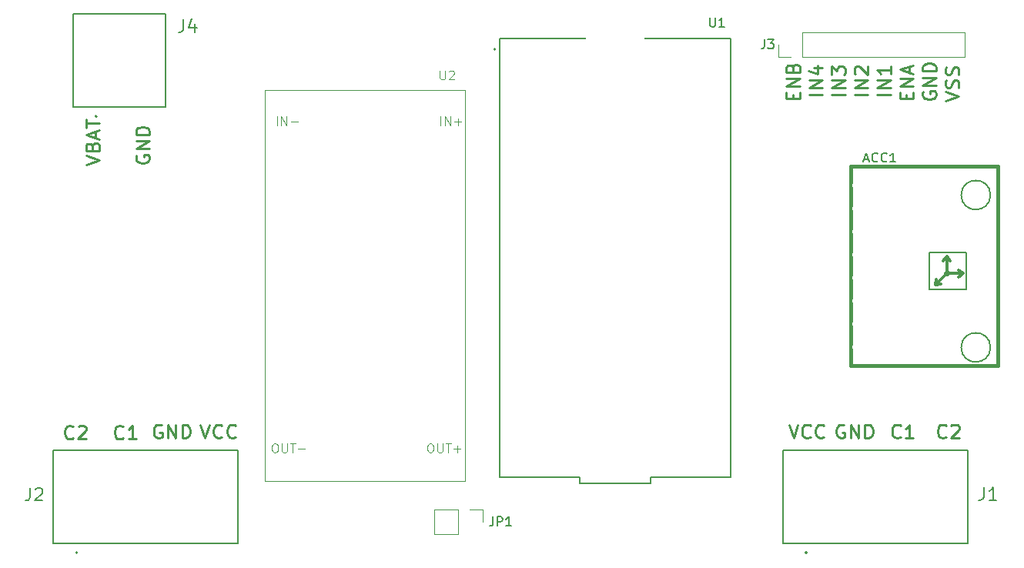
<source format=gto>
G04 #@! TF.GenerationSoftware,KiCad,Pcbnew,9.0.4*
G04 #@! TF.CreationDate,2025-09-11T10:43:24+07:00*
G04 #@! TF.ProjectId,BreakoutBoard,42726561-6b6f-4757-9442-6f6172642e6b,rev?*
G04 #@! TF.SameCoordinates,Original*
G04 #@! TF.FileFunction,Legend,Top*
G04 #@! TF.FilePolarity,Positive*
%FSLAX46Y46*%
G04 Gerber Fmt 4.6, Leading zero omitted, Abs format (unit mm)*
G04 Created by KiCad (PCBNEW 9.0.4) date 2025-09-11 10:43:24*
%MOMM*%
%LPD*%
G01*
G04 APERTURE LIST*
%ADD10C,0.250000*%
%ADD11C,0.100000*%
%ADD12C,0.150000*%
%ADD13C,0.406400*%
%ADD14C,0.127000*%
%ADD15C,0.304800*%
%ADD16C,0.200000*%
%ADD17C,0.120000*%
G04 APERTURE END LIST*
D10*
X104878758Y-93260571D02*
X104807330Y-93332000D01*
X104807330Y-93332000D02*
X104593044Y-93403428D01*
X104593044Y-93403428D02*
X104450187Y-93403428D01*
X104450187Y-93403428D02*
X104235901Y-93332000D01*
X104235901Y-93332000D02*
X104093044Y-93189142D01*
X104093044Y-93189142D02*
X104021615Y-93046285D01*
X104021615Y-93046285D02*
X103950187Y-92760571D01*
X103950187Y-92760571D02*
X103950187Y-92546285D01*
X103950187Y-92546285D02*
X104021615Y-92260571D01*
X104021615Y-92260571D02*
X104093044Y-92117714D01*
X104093044Y-92117714D02*
X104235901Y-91974857D01*
X104235901Y-91974857D02*
X104450187Y-91903428D01*
X104450187Y-91903428D02*
X104593044Y-91903428D01*
X104593044Y-91903428D02*
X104807330Y-91974857D01*
X104807330Y-91974857D02*
X104878758Y-92046285D01*
X106307330Y-93403428D02*
X105450187Y-93403428D01*
X105878758Y-93403428D02*
X105878758Y-91903428D01*
X105878758Y-91903428D02*
X105735901Y-92117714D01*
X105735901Y-92117714D02*
X105593044Y-92260571D01*
X105593044Y-92260571D02*
X105450187Y-92332000D01*
X178107330Y-91803428D02*
X178607330Y-93303428D01*
X178607330Y-93303428D02*
X179107330Y-91803428D01*
X180464472Y-93160571D02*
X180393044Y-93232000D01*
X180393044Y-93232000D02*
X180178758Y-93303428D01*
X180178758Y-93303428D02*
X180035901Y-93303428D01*
X180035901Y-93303428D02*
X179821615Y-93232000D01*
X179821615Y-93232000D02*
X179678758Y-93089142D01*
X179678758Y-93089142D02*
X179607329Y-92946285D01*
X179607329Y-92946285D02*
X179535901Y-92660571D01*
X179535901Y-92660571D02*
X179535901Y-92446285D01*
X179535901Y-92446285D02*
X179607329Y-92160571D01*
X179607329Y-92160571D02*
X179678758Y-92017714D01*
X179678758Y-92017714D02*
X179821615Y-91874857D01*
X179821615Y-91874857D02*
X180035901Y-91803428D01*
X180035901Y-91803428D02*
X180178758Y-91803428D01*
X180178758Y-91803428D02*
X180393044Y-91874857D01*
X180393044Y-91874857D02*
X180464472Y-91946285D01*
X181964472Y-93160571D02*
X181893044Y-93232000D01*
X181893044Y-93232000D02*
X181678758Y-93303428D01*
X181678758Y-93303428D02*
X181535901Y-93303428D01*
X181535901Y-93303428D02*
X181321615Y-93232000D01*
X181321615Y-93232000D02*
X181178758Y-93089142D01*
X181178758Y-93089142D02*
X181107329Y-92946285D01*
X181107329Y-92946285D02*
X181035901Y-92660571D01*
X181035901Y-92660571D02*
X181035901Y-92446285D01*
X181035901Y-92446285D02*
X181107329Y-92160571D01*
X181107329Y-92160571D02*
X181178758Y-92017714D01*
X181178758Y-92017714D02*
X181321615Y-91874857D01*
X181321615Y-91874857D02*
X181535901Y-91803428D01*
X181535901Y-91803428D02*
X181678758Y-91803428D01*
X181678758Y-91803428D02*
X181893044Y-91874857D01*
X181893044Y-91874857D02*
X181964472Y-91946285D01*
X109107330Y-91874857D02*
X108964473Y-91803428D01*
X108964473Y-91803428D02*
X108750187Y-91803428D01*
X108750187Y-91803428D02*
X108535901Y-91874857D01*
X108535901Y-91874857D02*
X108393044Y-92017714D01*
X108393044Y-92017714D02*
X108321615Y-92160571D01*
X108321615Y-92160571D02*
X108250187Y-92446285D01*
X108250187Y-92446285D02*
X108250187Y-92660571D01*
X108250187Y-92660571D02*
X108321615Y-92946285D01*
X108321615Y-92946285D02*
X108393044Y-93089142D01*
X108393044Y-93089142D02*
X108535901Y-93232000D01*
X108535901Y-93232000D02*
X108750187Y-93303428D01*
X108750187Y-93303428D02*
X108893044Y-93303428D01*
X108893044Y-93303428D02*
X109107330Y-93232000D01*
X109107330Y-93232000D02*
X109178758Y-93160571D01*
X109178758Y-93160571D02*
X109178758Y-92660571D01*
X109178758Y-92660571D02*
X108893044Y-92660571D01*
X109821615Y-93303428D02*
X109821615Y-91803428D01*
X109821615Y-91803428D02*
X110678758Y-93303428D01*
X110678758Y-93303428D02*
X110678758Y-91803428D01*
X111393044Y-93303428D02*
X111393044Y-91803428D01*
X111393044Y-91803428D02*
X111750187Y-91803428D01*
X111750187Y-91803428D02*
X111964473Y-91874857D01*
X111964473Y-91874857D02*
X112107330Y-92017714D01*
X112107330Y-92017714D02*
X112178759Y-92160571D01*
X112178759Y-92160571D02*
X112250187Y-92446285D01*
X112250187Y-92446285D02*
X112250187Y-92660571D01*
X112250187Y-92660571D02*
X112178759Y-92946285D01*
X112178759Y-92946285D02*
X112107330Y-93089142D01*
X112107330Y-93089142D02*
X111964473Y-93232000D01*
X111964473Y-93232000D02*
X111750187Y-93303428D01*
X111750187Y-93303428D02*
X111393044Y-93303428D01*
X184187330Y-91874857D02*
X184044473Y-91803428D01*
X184044473Y-91803428D02*
X183830187Y-91803428D01*
X183830187Y-91803428D02*
X183615901Y-91874857D01*
X183615901Y-91874857D02*
X183473044Y-92017714D01*
X183473044Y-92017714D02*
X183401615Y-92160571D01*
X183401615Y-92160571D02*
X183330187Y-92446285D01*
X183330187Y-92446285D02*
X183330187Y-92660571D01*
X183330187Y-92660571D02*
X183401615Y-92946285D01*
X183401615Y-92946285D02*
X183473044Y-93089142D01*
X183473044Y-93089142D02*
X183615901Y-93232000D01*
X183615901Y-93232000D02*
X183830187Y-93303428D01*
X183830187Y-93303428D02*
X183973044Y-93303428D01*
X183973044Y-93303428D02*
X184187330Y-93232000D01*
X184187330Y-93232000D02*
X184258758Y-93160571D01*
X184258758Y-93160571D02*
X184258758Y-92660571D01*
X184258758Y-92660571D02*
X183973044Y-92660571D01*
X184901615Y-93303428D02*
X184901615Y-91803428D01*
X184901615Y-91803428D02*
X185758758Y-93303428D01*
X185758758Y-93303428D02*
X185758758Y-91803428D01*
X186473044Y-93303428D02*
X186473044Y-91803428D01*
X186473044Y-91803428D02*
X186830187Y-91803428D01*
X186830187Y-91803428D02*
X187044473Y-91874857D01*
X187044473Y-91874857D02*
X187187330Y-92017714D01*
X187187330Y-92017714D02*
X187258759Y-92160571D01*
X187258759Y-92160571D02*
X187330187Y-92446285D01*
X187330187Y-92446285D02*
X187330187Y-92660571D01*
X187330187Y-92660571D02*
X187258759Y-92946285D01*
X187258759Y-92946285D02*
X187187330Y-93089142D01*
X187187330Y-93089142D02*
X187044473Y-93232000D01*
X187044473Y-93232000D02*
X186830187Y-93303428D01*
X186830187Y-93303428D02*
X186473044Y-93303428D01*
X192874857Y-55192669D02*
X192803428Y-55335527D01*
X192803428Y-55335527D02*
X192803428Y-55549812D01*
X192803428Y-55549812D02*
X192874857Y-55764098D01*
X192874857Y-55764098D02*
X193017714Y-55906955D01*
X193017714Y-55906955D02*
X193160571Y-55978384D01*
X193160571Y-55978384D02*
X193446285Y-56049812D01*
X193446285Y-56049812D02*
X193660571Y-56049812D01*
X193660571Y-56049812D02*
X193946285Y-55978384D01*
X193946285Y-55978384D02*
X194089142Y-55906955D01*
X194089142Y-55906955D02*
X194232000Y-55764098D01*
X194232000Y-55764098D02*
X194303428Y-55549812D01*
X194303428Y-55549812D02*
X194303428Y-55406955D01*
X194303428Y-55406955D02*
X194232000Y-55192669D01*
X194232000Y-55192669D02*
X194160571Y-55121241D01*
X194160571Y-55121241D02*
X193660571Y-55121241D01*
X193660571Y-55121241D02*
X193660571Y-55406955D01*
X194303428Y-54478384D02*
X192803428Y-54478384D01*
X192803428Y-54478384D02*
X194303428Y-53621241D01*
X194303428Y-53621241D02*
X192803428Y-53621241D01*
X194303428Y-52906955D02*
X192803428Y-52906955D01*
X192803428Y-52906955D02*
X192803428Y-52549812D01*
X192803428Y-52549812D02*
X192874857Y-52335526D01*
X192874857Y-52335526D02*
X193017714Y-52192669D01*
X193017714Y-52192669D02*
X193160571Y-52121240D01*
X193160571Y-52121240D02*
X193446285Y-52049812D01*
X193446285Y-52049812D02*
X193660571Y-52049812D01*
X193660571Y-52049812D02*
X193946285Y-52121240D01*
X193946285Y-52121240D02*
X194089142Y-52192669D01*
X194089142Y-52192669D02*
X194232000Y-52335526D01*
X194232000Y-52335526D02*
X194303428Y-52549812D01*
X194303428Y-52549812D02*
X194303428Y-52906955D01*
X190378758Y-93160571D02*
X190307330Y-93232000D01*
X190307330Y-93232000D02*
X190093044Y-93303428D01*
X190093044Y-93303428D02*
X189950187Y-93303428D01*
X189950187Y-93303428D02*
X189735901Y-93232000D01*
X189735901Y-93232000D02*
X189593044Y-93089142D01*
X189593044Y-93089142D02*
X189521615Y-92946285D01*
X189521615Y-92946285D02*
X189450187Y-92660571D01*
X189450187Y-92660571D02*
X189450187Y-92446285D01*
X189450187Y-92446285D02*
X189521615Y-92160571D01*
X189521615Y-92160571D02*
X189593044Y-92017714D01*
X189593044Y-92017714D02*
X189735901Y-91874857D01*
X189735901Y-91874857D02*
X189950187Y-91803428D01*
X189950187Y-91803428D02*
X190093044Y-91803428D01*
X190093044Y-91803428D02*
X190307330Y-91874857D01*
X190307330Y-91874857D02*
X190378758Y-91946285D01*
X191807330Y-93303428D02*
X190950187Y-93303428D01*
X191378758Y-93303428D02*
X191378758Y-91803428D01*
X191378758Y-91803428D02*
X191235901Y-92017714D01*
X191235901Y-92017714D02*
X191093044Y-92160571D01*
X191093044Y-92160571D02*
X190950187Y-92232000D01*
X181803428Y-55478384D02*
X180303428Y-55478384D01*
X181803428Y-54764098D02*
X180303428Y-54764098D01*
X180303428Y-54764098D02*
X181803428Y-53906955D01*
X181803428Y-53906955D02*
X180303428Y-53906955D01*
X180803428Y-52549812D02*
X181803428Y-52549812D01*
X180232000Y-52906954D02*
X181303428Y-53264097D01*
X181303428Y-53264097D02*
X181303428Y-52335526D01*
X100803428Y-63192669D02*
X102303428Y-62692669D01*
X102303428Y-62692669D02*
X100803428Y-62192669D01*
X101517714Y-61192670D02*
X101589142Y-60978384D01*
X101589142Y-60978384D02*
X101660571Y-60906955D01*
X101660571Y-60906955D02*
X101803428Y-60835527D01*
X101803428Y-60835527D02*
X102017714Y-60835527D01*
X102017714Y-60835527D02*
X102160571Y-60906955D01*
X102160571Y-60906955D02*
X102232000Y-60978384D01*
X102232000Y-60978384D02*
X102303428Y-61121241D01*
X102303428Y-61121241D02*
X102303428Y-61692670D01*
X102303428Y-61692670D02*
X100803428Y-61692670D01*
X100803428Y-61692670D02*
X100803428Y-61192670D01*
X100803428Y-61192670D02*
X100874857Y-61049813D01*
X100874857Y-61049813D02*
X100946285Y-60978384D01*
X100946285Y-60978384D02*
X101089142Y-60906955D01*
X101089142Y-60906955D02*
X101232000Y-60906955D01*
X101232000Y-60906955D02*
X101374857Y-60978384D01*
X101374857Y-60978384D02*
X101446285Y-61049813D01*
X101446285Y-61049813D02*
X101517714Y-61192670D01*
X101517714Y-61192670D02*
X101517714Y-61692670D01*
X101874857Y-60264098D02*
X101874857Y-59549813D01*
X102303428Y-60406955D02*
X100803428Y-59906955D01*
X100803428Y-59906955D02*
X102303428Y-59406955D01*
X100803428Y-59121241D02*
X100803428Y-58264099D01*
X102303428Y-58692670D02*
X100803428Y-58692670D01*
X191017714Y-55978384D02*
X191017714Y-55478384D01*
X191803428Y-55264098D02*
X191803428Y-55978384D01*
X191803428Y-55978384D02*
X190303428Y-55978384D01*
X190303428Y-55978384D02*
X190303428Y-55264098D01*
X191803428Y-54621241D02*
X190303428Y-54621241D01*
X190303428Y-54621241D02*
X191803428Y-53764098D01*
X191803428Y-53764098D02*
X190303428Y-53764098D01*
X191374857Y-53121240D02*
X191374857Y-52406955D01*
X191803428Y-53264097D02*
X190303428Y-52764097D01*
X190303428Y-52764097D02*
X191803428Y-52264097D01*
X113407330Y-91803428D02*
X113907330Y-93303428D01*
X113907330Y-93303428D02*
X114407330Y-91803428D01*
X115764472Y-93160571D02*
X115693044Y-93232000D01*
X115693044Y-93232000D02*
X115478758Y-93303428D01*
X115478758Y-93303428D02*
X115335901Y-93303428D01*
X115335901Y-93303428D02*
X115121615Y-93232000D01*
X115121615Y-93232000D02*
X114978758Y-93089142D01*
X114978758Y-93089142D02*
X114907329Y-92946285D01*
X114907329Y-92946285D02*
X114835901Y-92660571D01*
X114835901Y-92660571D02*
X114835901Y-92446285D01*
X114835901Y-92446285D02*
X114907329Y-92160571D01*
X114907329Y-92160571D02*
X114978758Y-92017714D01*
X114978758Y-92017714D02*
X115121615Y-91874857D01*
X115121615Y-91874857D02*
X115335901Y-91803428D01*
X115335901Y-91803428D02*
X115478758Y-91803428D01*
X115478758Y-91803428D02*
X115693044Y-91874857D01*
X115693044Y-91874857D02*
X115764472Y-91946285D01*
X117264472Y-93160571D02*
X117193044Y-93232000D01*
X117193044Y-93232000D02*
X116978758Y-93303428D01*
X116978758Y-93303428D02*
X116835901Y-93303428D01*
X116835901Y-93303428D02*
X116621615Y-93232000D01*
X116621615Y-93232000D02*
X116478758Y-93089142D01*
X116478758Y-93089142D02*
X116407329Y-92946285D01*
X116407329Y-92946285D02*
X116335901Y-92660571D01*
X116335901Y-92660571D02*
X116335901Y-92446285D01*
X116335901Y-92446285D02*
X116407329Y-92160571D01*
X116407329Y-92160571D02*
X116478758Y-92017714D01*
X116478758Y-92017714D02*
X116621615Y-91874857D01*
X116621615Y-91874857D02*
X116835901Y-91803428D01*
X116835901Y-91803428D02*
X116978758Y-91803428D01*
X116978758Y-91803428D02*
X117193044Y-91874857D01*
X117193044Y-91874857D02*
X117264472Y-91946285D01*
X106374857Y-62192669D02*
X106303428Y-62335527D01*
X106303428Y-62335527D02*
X106303428Y-62549812D01*
X106303428Y-62549812D02*
X106374857Y-62764098D01*
X106374857Y-62764098D02*
X106517714Y-62906955D01*
X106517714Y-62906955D02*
X106660571Y-62978384D01*
X106660571Y-62978384D02*
X106946285Y-63049812D01*
X106946285Y-63049812D02*
X107160571Y-63049812D01*
X107160571Y-63049812D02*
X107446285Y-62978384D01*
X107446285Y-62978384D02*
X107589142Y-62906955D01*
X107589142Y-62906955D02*
X107732000Y-62764098D01*
X107732000Y-62764098D02*
X107803428Y-62549812D01*
X107803428Y-62549812D02*
X107803428Y-62406955D01*
X107803428Y-62406955D02*
X107732000Y-62192669D01*
X107732000Y-62192669D02*
X107660571Y-62121241D01*
X107660571Y-62121241D02*
X107160571Y-62121241D01*
X107160571Y-62121241D02*
X107160571Y-62406955D01*
X107803428Y-61478384D02*
X106303428Y-61478384D01*
X106303428Y-61478384D02*
X107803428Y-60621241D01*
X107803428Y-60621241D02*
X106303428Y-60621241D01*
X107803428Y-59906955D02*
X106303428Y-59906955D01*
X106303428Y-59906955D02*
X106303428Y-59549812D01*
X106303428Y-59549812D02*
X106374857Y-59335526D01*
X106374857Y-59335526D02*
X106517714Y-59192669D01*
X106517714Y-59192669D02*
X106660571Y-59121240D01*
X106660571Y-59121240D02*
X106946285Y-59049812D01*
X106946285Y-59049812D02*
X107160571Y-59049812D01*
X107160571Y-59049812D02*
X107446285Y-59121240D01*
X107446285Y-59121240D02*
X107589142Y-59192669D01*
X107589142Y-59192669D02*
X107732000Y-59335526D01*
X107732000Y-59335526D02*
X107803428Y-59549812D01*
X107803428Y-59549812D02*
X107803428Y-59906955D01*
X195378758Y-93160571D02*
X195307330Y-93232000D01*
X195307330Y-93232000D02*
X195093044Y-93303428D01*
X195093044Y-93303428D02*
X194950187Y-93303428D01*
X194950187Y-93303428D02*
X194735901Y-93232000D01*
X194735901Y-93232000D02*
X194593044Y-93089142D01*
X194593044Y-93089142D02*
X194521615Y-92946285D01*
X194521615Y-92946285D02*
X194450187Y-92660571D01*
X194450187Y-92660571D02*
X194450187Y-92446285D01*
X194450187Y-92446285D02*
X194521615Y-92160571D01*
X194521615Y-92160571D02*
X194593044Y-92017714D01*
X194593044Y-92017714D02*
X194735901Y-91874857D01*
X194735901Y-91874857D02*
X194950187Y-91803428D01*
X194950187Y-91803428D02*
X195093044Y-91803428D01*
X195093044Y-91803428D02*
X195307330Y-91874857D01*
X195307330Y-91874857D02*
X195378758Y-91946285D01*
X195950187Y-91946285D02*
X196021615Y-91874857D01*
X196021615Y-91874857D02*
X196164473Y-91803428D01*
X196164473Y-91803428D02*
X196521615Y-91803428D01*
X196521615Y-91803428D02*
X196664473Y-91874857D01*
X196664473Y-91874857D02*
X196735901Y-91946285D01*
X196735901Y-91946285D02*
X196807330Y-92089142D01*
X196807330Y-92089142D02*
X196807330Y-92232000D01*
X196807330Y-92232000D02*
X196735901Y-92446285D01*
X196735901Y-92446285D02*
X195878758Y-93303428D01*
X195878758Y-93303428D02*
X196807330Y-93303428D01*
X195303428Y-56192669D02*
X196803428Y-55692669D01*
X196803428Y-55692669D02*
X195303428Y-55192669D01*
X196732000Y-54764098D02*
X196803428Y-54549813D01*
X196803428Y-54549813D02*
X196803428Y-54192670D01*
X196803428Y-54192670D02*
X196732000Y-54049813D01*
X196732000Y-54049813D02*
X196660571Y-53978384D01*
X196660571Y-53978384D02*
X196517714Y-53906955D01*
X196517714Y-53906955D02*
X196374857Y-53906955D01*
X196374857Y-53906955D02*
X196232000Y-53978384D01*
X196232000Y-53978384D02*
X196160571Y-54049813D01*
X196160571Y-54049813D02*
X196089142Y-54192670D01*
X196089142Y-54192670D02*
X196017714Y-54478384D01*
X196017714Y-54478384D02*
X195946285Y-54621241D01*
X195946285Y-54621241D02*
X195874857Y-54692670D01*
X195874857Y-54692670D02*
X195732000Y-54764098D01*
X195732000Y-54764098D02*
X195589142Y-54764098D01*
X195589142Y-54764098D02*
X195446285Y-54692670D01*
X195446285Y-54692670D02*
X195374857Y-54621241D01*
X195374857Y-54621241D02*
X195303428Y-54478384D01*
X195303428Y-54478384D02*
X195303428Y-54121241D01*
X195303428Y-54121241D02*
X195374857Y-53906955D01*
X196732000Y-53335527D02*
X196803428Y-53121242D01*
X196803428Y-53121242D02*
X196803428Y-52764099D01*
X196803428Y-52764099D02*
X196732000Y-52621242D01*
X196732000Y-52621242D02*
X196660571Y-52549813D01*
X196660571Y-52549813D02*
X196517714Y-52478384D01*
X196517714Y-52478384D02*
X196374857Y-52478384D01*
X196374857Y-52478384D02*
X196232000Y-52549813D01*
X196232000Y-52549813D02*
X196160571Y-52621242D01*
X196160571Y-52621242D02*
X196089142Y-52764099D01*
X196089142Y-52764099D02*
X196017714Y-53049813D01*
X196017714Y-53049813D02*
X195946285Y-53192670D01*
X195946285Y-53192670D02*
X195874857Y-53264099D01*
X195874857Y-53264099D02*
X195732000Y-53335527D01*
X195732000Y-53335527D02*
X195589142Y-53335527D01*
X195589142Y-53335527D02*
X195446285Y-53264099D01*
X195446285Y-53264099D02*
X195374857Y-53192670D01*
X195374857Y-53192670D02*
X195303428Y-53049813D01*
X195303428Y-53049813D02*
X195303428Y-52692670D01*
X195303428Y-52692670D02*
X195374857Y-52478384D01*
X184303428Y-55478384D02*
X182803428Y-55478384D01*
X184303428Y-54764098D02*
X182803428Y-54764098D01*
X182803428Y-54764098D02*
X184303428Y-53906955D01*
X184303428Y-53906955D02*
X182803428Y-53906955D01*
X182803428Y-53335526D02*
X182803428Y-52406954D01*
X182803428Y-52406954D02*
X183374857Y-52906954D01*
X183374857Y-52906954D02*
X183374857Y-52692669D01*
X183374857Y-52692669D02*
X183446285Y-52549812D01*
X183446285Y-52549812D02*
X183517714Y-52478383D01*
X183517714Y-52478383D02*
X183660571Y-52406954D01*
X183660571Y-52406954D02*
X184017714Y-52406954D01*
X184017714Y-52406954D02*
X184160571Y-52478383D01*
X184160571Y-52478383D02*
X184232000Y-52549812D01*
X184232000Y-52549812D02*
X184303428Y-52692669D01*
X184303428Y-52692669D02*
X184303428Y-53121240D01*
X184303428Y-53121240D02*
X184232000Y-53264097D01*
X184232000Y-53264097D02*
X184160571Y-53335526D01*
X189303428Y-55478384D02*
X187803428Y-55478384D01*
X189303428Y-54764098D02*
X187803428Y-54764098D01*
X187803428Y-54764098D02*
X189303428Y-53906955D01*
X189303428Y-53906955D02*
X187803428Y-53906955D01*
X189303428Y-52406954D02*
X189303428Y-53264097D01*
X189303428Y-52835526D02*
X187803428Y-52835526D01*
X187803428Y-52835526D02*
X188017714Y-52978383D01*
X188017714Y-52978383D02*
X188160571Y-53121240D01*
X188160571Y-53121240D02*
X188232000Y-53264097D01*
X99378758Y-93260571D02*
X99307330Y-93332000D01*
X99307330Y-93332000D02*
X99093044Y-93403428D01*
X99093044Y-93403428D02*
X98950187Y-93403428D01*
X98950187Y-93403428D02*
X98735901Y-93332000D01*
X98735901Y-93332000D02*
X98593044Y-93189142D01*
X98593044Y-93189142D02*
X98521615Y-93046285D01*
X98521615Y-93046285D02*
X98450187Y-92760571D01*
X98450187Y-92760571D02*
X98450187Y-92546285D01*
X98450187Y-92546285D02*
X98521615Y-92260571D01*
X98521615Y-92260571D02*
X98593044Y-92117714D01*
X98593044Y-92117714D02*
X98735901Y-91974857D01*
X98735901Y-91974857D02*
X98950187Y-91903428D01*
X98950187Y-91903428D02*
X99093044Y-91903428D01*
X99093044Y-91903428D02*
X99307330Y-91974857D01*
X99307330Y-91974857D02*
X99378758Y-92046285D01*
X99950187Y-92046285D02*
X100021615Y-91974857D01*
X100021615Y-91974857D02*
X100164473Y-91903428D01*
X100164473Y-91903428D02*
X100521615Y-91903428D01*
X100521615Y-91903428D02*
X100664473Y-91974857D01*
X100664473Y-91974857D02*
X100735901Y-92046285D01*
X100735901Y-92046285D02*
X100807330Y-92189142D01*
X100807330Y-92189142D02*
X100807330Y-92332000D01*
X100807330Y-92332000D02*
X100735901Y-92546285D01*
X100735901Y-92546285D02*
X99878758Y-93403428D01*
X99878758Y-93403428D02*
X100807330Y-93403428D01*
X178517714Y-55978384D02*
X178517714Y-55478384D01*
X179303428Y-55264098D02*
X179303428Y-55978384D01*
X179303428Y-55978384D02*
X177803428Y-55978384D01*
X177803428Y-55978384D02*
X177803428Y-55264098D01*
X179303428Y-54621241D02*
X177803428Y-54621241D01*
X177803428Y-54621241D02*
X179303428Y-53764098D01*
X179303428Y-53764098D02*
X177803428Y-53764098D01*
X178517714Y-52549812D02*
X178589142Y-52335526D01*
X178589142Y-52335526D02*
X178660571Y-52264097D01*
X178660571Y-52264097D02*
X178803428Y-52192669D01*
X178803428Y-52192669D02*
X179017714Y-52192669D01*
X179017714Y-52192669D02*
X179160571Y-52264097D01*
X179160571Y-52264097D02*
X179232000Y-52335526D01*
X179232000Y-52335526D02*
X179303428Y-52478383D01*
X179303428Y-52478383D02*
X179303428Y-53049812D01*
X179303428Y-53049812D02*
X177803428Y-53049812D01*
X177803428Y-53049812D02*
X177803428Y-52549812D01*
X177803428Y-52549812D02*
X177874857Y-52406955D01*
X177874857Y-52406955D02*
X177946285Y-52335526D01*
X177946285Y-52335526D02*
X178089142Y-52264097D01*
X178089142Y-52264097D02*
X178232000Y-52264097D01*
X178232000Y-52264097D02*
X178374857Y-52335526D01*
X178374857Y-52335526D02*
X178446285Y-52406955D01*
X178446285Y-52406955D02*
X178517714Y-52549812D01*
X178517714Y-52549812D02*
X178517714Y-53049812D01*
X186803428Y-55478384D02*
X185303428Y-55478384D01*
X186803428Y-54764098D02*
X185303428Y-54764098D01*
X185303428Y-54764098D02*
X186803428Y-53906955D01*
X186803428Y-53906955D02*
X185303428Y-53906955D01*
X185446285Y-53264097D02*
X185374857Y-53192669D01*
X185374857Y-53192669D02*
X185303428Y-53049812D01*
X185303428Y-53049812D02*
X185303428Y-52692669D01*
X185303428Y-52692669D02*
X185374857Y-52549812D01*
X185374857Y-52549812D02*
X185446285Y-52478383D01*
X185446285Y-52478383D02*
X185589142Y-52406954D01*
X185589142Y-52406954D02*
X185732000Y-52406954D01*
X185732000Y-52406954D02*
X185946285Y-52478383D01*
X185946285Y-52478383D02*
X186803428Y-53335526D01*
X186803428Y-53335526D02*
X186803428Y-52406954D01*
D11*
X139738095Y-52857419D02*
X139738095Y-53666942D01*
X139738095Y-53666942D02*
X139785714Y-53762180D01*
X139785714Y-53762180D02*
X139833333Y-53809800D01*
X139833333Y-53809800D02*
X139928571Y-53857419D01*
X139928571Y-53857419D02*
X140119047Y-53857419D01*
X140119047Y-53857419D02*
X140214285Y-53809800D01*
X140214285Y-53809800D02*
X140261904Y-53762180D01*
X140261904Y-53762180D02*
X140309523Y-53666942D01*
X140309523Y-53666942D02*
X140309523Y-52857419D01*
X140738095Y-52952657D02*
X140785714Y-52905038D01*
X140785714Y-52905038D02*
X140880952Y-52857419D01*
X140880952Y-52857419D02*
X141119047Y-52857419D01*
X141119047Y-52857419D02*
X141214285Y-52905038D01*
X141214285Y-52905038D02*
X141261904Y-52952657D01*
X141261904Y-52952657D02*
X141309523Y-53047895D01*
X141309523Y-53047895D02*
X141309523Y-53143133D01*
X141309523Y-53143133D02*
X141261904Y-53285990D01*
X141261904Y-53285990D02*
X140690476Y-53857419D01*
X140690476Y-53857419D02*
X141309523Y-53857419D01*
X121494360Y-93872419D02*
X121684836Y-93872419D01*
X121684836Y-93872419D02*
X121780074Y-93920038D01*
X121780074Y-93920038D02*
X121875312Y-94015276D01*
X121875312Y-94015276D02*
X121922931Y-94205752D01*
X121922931Y-94205752D02*
X121922931Y-94539085D01*
X121922931Y-94539085D02*
X121875312Y-94729561D01*
X121875312Y-94729561D02*
X121780074Y-94824800D01*
X121780074Y-94824800D02*
X121684836Y-94872419D01*
X121684836Y-94872419D02*
X121494360Y-94872419D01*
X121494360Y-94872419D02*
X121399122Y-94824800D01*
X121399122Y-94824800D02*
X121303884Y-94729561D01*
X121303884Y-94729561D02*
X121256265Y-94539085D01*
X121256265Y-94539085D02*
X121256265Y-94205752D01*
X121256265Y-94205752D02*
X121303884Y-94015276D01*
X121303884Y-94015276D02*
X121399122Y-93920038D01*
X121399122Y-93920038D02*
X121494360Y-93872419D01*
X122351503Y-93872419D02*
X122351503Y-94681942D01*
X122351503Y-94681942D02*
X122399122Y-94777180D01*
X122399122Y-94777180D02*
X122446741Y-94824800D01*
X122446741Y-94824800D02*
X122541979Y-94872419D01*
X122541979Y-94872419D02*
X122732455Y-94872419D01*
X122732455Y-94872419D02*
X122827693Y-94824800D01*
X122827693Y-94824800D02*
X122875312Y-94777180D01*
X122875312Y-94777180D02*
X122922931Y-94681942D01*
X122922931Y-94681942D02*
X122922931Y-93872419D01*
X123256265Y-93872419D02*
X123827693Y-93872419D01*
X123541979Y-94872419D02*
X123541979Y-93872419D01*
X124161027Y-94491466D02*
X124922932Y-94491466D01*
X138594360Y-93872419D02*
X138784836Y-93872419D01*
X138784836Y-93872419D02*
X138880074Y-93920038D01*
X138880074Y-93920038D02*
X138975312Y-94015276D01*
X138975312Y-94015276D02*
X139022931Y-94205752D01*
X139022931Y-94205752D02*
X139022931Y-94539085D01*
X139022931Y-94539085D02*
X138975312Y-94729561D01*
X138975312Y-94729561D02*
X138880074Y-94824800D01*
X138880074Y-94824800D02*
X138784836Y-94872419D01*
X138784836Y-94872419D02*
X138594360Y-94872419D01*
X138594360Y-94872419D02*
X138499122Y-94824800D01*
X138499122Y-94824800D02*
X138403884Y-94729561D01*
X138403884Y-94729561D02*
X138356265Y-94539085D01*
X138356265Y-94539085D02*
X138356265Y-94205752D01*
X138356265Y-94205752D02*
X138403884Y-94015276D01*
X138403884Y-94015276D02*
X138499122Y-93920038D01*
X138499122Y-93920038D02*
X138594360Y-93872419D01*
X139451503Y-93872419D02*
X139451503Y-94681942D01*
X139451503Y-94681942D02*
X139499122Y-94777180D01*
X139499122Y-94777180D02*
X139546741Y-94824800D01*
X139546741Y-94824800D02*
X139641979Y-94872419D01*
X139641979Y-94872419D02*
X139832455Y-94872419D01*
X139832455Y-94872419D02*
X139927693Y-94824800D01*
X139927693Y-94824800D02*
X139975312Y-94777180D01*
X139975312Y-94777180D02*
X140022931Y-94681942D01*
X140022931Y-94681942D02*
X140022931Y-93872419D01*
X140356265Y-93872419D02*
X140927693Y-93872419D01*
X140641979Y-94872419D02*
X140641979Y-93872419D01*
X141261027Y-94491466D02*
X142022932Y-94491466D01*
X141641979Y-94872419D02*
X141641979Y-94110514D01*
X121803884Y-58872419D02*
X121803884Y-57872419D01*
X122280074Y-58872419D02*
X122280074Y-57872419D01*
X122280074Y-57872419D02*
X122851502Y-58872419D01*
X122851502Y-58872419D02*
X122851502Y-57872419D01*
X123327693Y-58491466D02*
X124089598Y-58491466D01*
X139803884Y-58872419D02*
X139803884Y-57872419D01*
X140280074Y-58872419D02*
X140280074Y-57872419D01*
X140280074Y-57872419D02*
X140851502Y-58872419D01*
X140851502Y-58872419D02*
X140851502Y-57872419D01*
X141327693Y-58491466D02*
X142089598Y-58491466D01*
X141708645Y-58872419D02*
X141708645Y-58110514D01*
D12*
X186401114Y-62635304D02*
X186877304Y-62635304D01*
X186305876Y-62921019D02*
X186639209Y-61921019D01*
X186639209Y-61921019D02*
X186972542Y-62921019D01*
X187877304Y-62825780D02*
X187829685Y-62873400D01*
X187829685Y-62873400D02*
X187686828Y-62921019D01*
X187686828Y-62921019D02*
X187591590Y-62921019D01*
X187591590Y-62921019D02*
X187448733Y-62873400D01*
X187448733Y-62873400D02*
X187353495Y-62778161D01*
X187353495Y-62778161D02*
X187305876Y-62682923D01*
X187305876Y-62682923D02*
X187258257Y-62492447D01*
X187258257Y-62492447D02*
X187258257Y-62349590D01*
X187258257Y-62349590D02*
X187305876Y-62159114D01*
X187305876Y-62159114D02*
X187353495Y-62063876D01*
X187353495Y-62063876D02*
X187448733Y-61968638D01*
X187448733Y-61968638D02*
X187591590Y-61921019D01*
X187591590Y-61921019D02*
X187686828Y-61921019D01*
X187686828Y-61921019D02*
X187829685Y-61968638D01*
X187829685Y-61968638D02*
X187877304Y-62016257D01*
X188877304Y-62825780D02*
X188829685Y-62873400D01*
X188829685Y-62873400D02*
X188686828Y-62921019D01*
X188686828Y-62921019D02*
X188591590Y-62921019D01*
X188591590Y-62921019D02*
X188448733Y-62873400D01*
X188448733Y-62873400D02*
X188353495Y-62778161D01*
X188353495Y-62778161D02*
X188305876Y-62682923D01*
X188305876Y-62682923D02*
X188258257Y-62492447D01*
X188258257Y-62492447D02*
X188258257Y-62349590D01*
X188258257Y-62349590D02*
X188305876Y-62159114D01*
X188305876Y-62159114D02*
X188353495Y-62063876D01*
X188353495Y-62063876D02*
X188448733Y-61968638D01*
X188448733Y-61968638D02*
X188591590Y-61921019D01*
X188591590Y-61921019D02*
X188686828Y-61921019D01*
X188686828Y-61921019D02*
X188829685Y-61968638D01*
X188829685Y-61968638D02*
X188877304Y-62016257D01*
X189829685Y-62921019D02*
X189258257Y-62921019D01*
X189543971Y-62921019D02*
X189543971Y-61921019D01*
X189543971Y-61921019D02*
X189448733Y-62063876D01*
X189448733Y-62063876D02*
X189353495Y-62159114D01*
X189353495Y-62159114D02*
X189258257Y-62206733D01*
X169438095Y-47054819D02*
X169438095Y-47864342D01*
X169438095Y-47864342D02*
X169485714Y-47959580D01*
X169485714Y-47959580D02*
X169533333Y-48007200D01*
X169533333Y-48007200D02*
X169628571Y-48054819D01*
X169628571Y-48054819D02*
X169819047Y-48054819D01*
X169819047Y-48054819D02*
X169914285Y-48007200D01*
X169914285Y-48007200D02*
X169961904Y-47959580D01*
X169961904Y-47959580D02*
X170009523Y-47864342D01*
X170009523Y-47864342D02*
X170009523Y-47054819D01*
X171009523Y-48054819D02*
X170438095Y-48054819D01*
X170723809Y-48054819D02*
X170723809Y-47054819D01*
X170723809Y-47054819D02*
X170628571Y-47197676D01*
X170628571Y-47197676D02*
X170533333Y-47292914D01*
X170533333Y-47292914D02*
X170438095Y-47340533D01*
X175426666Y-49454819D02*
X175426666Y-50169104D01*
X175426666Y-50169104D02*
X175379047Y-50311961D01*
X175379047Y-50311961D02*
X175283809Y-50407200D01*
X175283809Y-50407200D02*
X175140952Y-50454819D01*
X175140952Y-50454819D02*
X175045714Y-50454819D01*
X175807619Y-49454819D02*
X176426666Y-49454819D01*
X176426666Y-49454819D02*
X176093333Y-49835771D01*
X176093333Y-49835771D02*
X176236190Y-49835771D01*
X176236190Y-49835771D02*
X176331428Y-49883390D01*
X176331428Y-49883390D02*
X176379047Y-49931009D01*
X176379047Y-49931009D02*
X176426666Y-50026247D01*
X176426666Y-50026247D02*
X176426666Y-50264342D01*
X176426666Y-50264342D02*
X176379047Y-50359580D01*
X176379047Y-50359580D02*
X176331428Y-50407200D01*
X176331428Y-50407200D02*
X176236190Y-50454819D01*
X176236190Y-50454819D02*
X175950476Y-50454819D01*
X175950476Y-50454819D02*
X175855238Y-50407200D01*
X175855238Y-50407200D02*
X175807619Y-50359580D01*
X111533333Y-47239866D02*
X111533333Y-48239866D01*
X111533333Y-48239866D02*
X111466666Y-48439866D01*
X111466666Y-48439866D02*
X111333333Y-48573200D01*
X111333333Y-48573200D02*
X111133333Y-48639866D01*
X111133333Y-48639866D02*
X111000000Y-48639866D01*
X112800000Y-47706533D02*
X112800000Y-48639866D01*
X112466667Y-47173200D02*
X112133333Y-48173200D01*
X112133333Y-48173200D02*
X113000000Y-48173200D01*
X145566666Y-101954819D02*
X145566666Y-102669104D01*
X145566666Y-102669104D02*
X145519047Y-102811961D01*
X145519047Y-102811961D02*
X145423809Y-102907200D01*
X145423809Y-102907200D02*
X145280952Y-102954819D01*
X145280952Y-102954819D02*
X145185714Y-102954819D01*
X146042857Y-102954819D02*
X146042857Y-101954819D01*
X146042857Y-101954819D02*
X146423809Y-101954819D01*
X146423809Y-101954819D02*
X146519047Y-102002438D01*
X146519047Y-102002438D02*
X146566666Y-102050057D01*
X146566666Y-102050057D02*
X146614285Y-102145295D01*
X146614285Y-102145295D02*
X146614285Y-102288152D01*
X146614285Y-102288152D02*
X146566666Y-102383390D01*
X146566666Y-102383390D02*
X146519047Y-102431009D01*
X146519047Y-102431009D02*
X146423809Y-102478628D01*
X146423809Y-102478628D02*
X146042857Y-102478628D01*
X147566666Y-102954819D02*
X146995238Y-102954819D01*
X147280952Y-102954819D02*
X147280952Y-101954819D01*
X147280952Y-101954819D02*
X147185714Y-102097676D01*
X147185714Y-102097676D02*
X147090476Y-102192914D01*
X147090476Y-102192914D02*
X146995238Y-102240533D01*
X199533333Y-98739866D02*
X199533333Y-99739866D01*
X199533333Y-99739866D02*
X199466666Y-99939866D01*
X199466666Y-99939866D02*
X199333333Y-100073200D01*
X199333333Y-100073200D02*
X199133333Y-100139866D01*
X199133333Y-100139866D02*
X199000000Y-100139866D01*
X200933333Y-100139866D02*
X200133333Y-100139866D01*
X200533333Y-100139866D02*
X200533333Y-98739866D01*
X200533333Y-98739866D02*
X200400000Y-98939866D01*
X200400000Y-98939866D02*
X200266667Y-99073200D01*
X200266667Y-99073200D02*
X200133333Y-99139866D01*
X94643333Y-98779866D02*
X94643333Y-99779866D01*
X94643333Y-99779866D02*
X94576666Y-99979866D01*
X94576666Y-99979866D02*
X94443333Y-100113200D01*
X94443333Y-100113200D02*
X94243333Y-100179866D01*
X94243333Y-100179866D02*
X94110000Y-100179866D01*
X95243333Y-98913200D02*
X95310000Y-98846533D01*
X95310000Y-98846533D02*
X95443333Y-98779866D01*
X95443333Y-98779866D02*
X95776667Y-98779866D01*
X95776667Y-98779866D02*
X95910000Y-98846533D01*
X95910000Y-98846533D02*
X95976667Y-98913200D01*
X95976667Y-98913200D02*
X96043333Y-99046533D01*
X96043333Y-99046533D02*
X96043333Y-99179866D01*
X96043333Y-99179866D02*
X95976667Y-99379866D01*
X95976667Y-99379866D02*
X95176667Y-100179866D01*
X95176667Y-100179866D02*
X96043333Y-100179866D01*
D11*
X120500000Y-55000000D02*
X142500000Y-55000000D01*
X142500000Y-98000000D01*
X120500000Y-98000000D01*
X120500000Y-55000000D01*
D13*
X184948400Y-63351600D02*
X184948400Y-85351600D01*
X184948400Y-85351600D02*
X201098400Y-85351600D01*
D14*
X193576400Y-72905600D02*
X193576400Y-76969600D01*
X193576400Y-76969600D02*
X197640400Y-76969600D01*
D15*
X194211400Y-76461600D02*
X194338400Y-75826600D01*
X194211400Y-76461600D02*
X194846400Y-76334600D01*
X195481400Y-73286600D02*
X195100400Y-73794600D01*
X195481400Y-75191600D02*
X194211400Y-76461600D01*
X195481400Y-75191600D02*
X195481400Y-73286600D01*
X195481400Y-75191600D02*
X197259400Y-75191600D01*
X195862400Y-73794600D02*
X195481400Y-73286600D01*
X196751400Y-74810600D02*
X197259400Y-75191600D01*
X197259400Y-75191600D02*
X196751400Y-75572600D01*
D14*
X197640400Y-72905600D02*
X193576400Y-72905600D01*
X197640400Y-76969600D02*
X197640400Y-72905600D01*
D13*
X201098400Y-63351600D02*
X184948400Y-63351600D01*
X201098400Y-85351600D02*
X201098400Y-63351600D01*
D15*
X195661003Y-75191600D02*
G75*
G02*
X195301797Y-75191600I-179603J0D01*
G01*
X195301797Y-75191600D02*
G75*
G02*
X195661003Y-75191600I179603J0D01*
G01*
D14*
X200262830Y-66555600D02*
G75*
G02*
X197049970Y-66555600I-1606430J0D01*
G01*
X197049970Y-66555600D02*
G75*
G02*
X200262830Y-66555600I1606430J0D01*
G01*
X200262830Y-83319600D02*
G75*
G02*
X197049970Y-83319600I-1606430J0D01*
G01*
X197049970Y-83319600D02*
G75*
G02*
X200262830Y-83319600I1606430J0D01*
G01*
X146300000Y-49370000D02*
X171700000Y-49370000D01*
X146300000Y-97630000D02*
X146300000Y-49370000D01*
X155070000Y-97630000D02*
X146300000Y-97630000D01*
X155070000Y-97630000D02*
X155070000Y-98280000D01*
X155070000Y-98280000D02*
X162930000Y-98280000D01*
X162930000Y-98280000D02*
X162930000Y-97630000D01*
X171700000Y-49370000D02*
X171700000Y-97630000D01*
X171700000Y-97630000D02*
X162930000Y-97630000D01*
D16*
X145850000Y-50500000D02*
G75*
G02*
X145650000Y-50500000I-100000J0D01*
G01*
X145650000Y-50500000D02*
G75*
G02*
X145850000Y-50500000I100000J0D01*
G01*
D17*
X176920000Y-51380000D02*
X176920000Y-50000000D01*
X178300000Y-51380000D02*
X176920000Y-51380000D01*
X179570000Y-48620000D02*
X197460000Y-48620000D01*
X179570000Y-51380000D02*
X179570000Y-48620000D01*
X179570000Y-51380000D02*
X197460000Y-51380000D01*
X197460000Y-51380000D02*
X197460000Y-48620000D01*
D14*
X99380000Y-46650000D02*
X109540000Y-46650000D01*
X99380000Y-56900000D02*
X99380000Y-46650000D01*
X109540000Y-46650000D02*
X109540000Y-56900000D01*
X109540000Y-56900000D02*
X99380000Y-56900000D01*
D16*
X102020000Y-57900000D02*
G75*
G02*
X101820000Y-57900000I-100000J0D01*
G01*
X101820000Y-57900000D02*
G75*
G02*
X102020000Y-57900000I100000J0D01*
G01*
D17*
X139120000Y-101120000D02*
X139120000Y-103880000D01*
X141770000Y-101120000D02*
X139120000Y-101120000D01*
X141770000Y-101120000D02*
X141770000Y-103880000D01*
X141770000Y-103880000D02*
X139120000Y-103880000D01*
X143040000Y-101120000D02*
X144420000Y-101120000D01*
X144420000Y-101120000D02*
X144420000Y-102500000D01*
D14*
X177460000Y-94650000D02*
X197780000Y-94650000D01*
X177460000Y-104900000D02*
X177460000Y-94650000D01*
X197780000Y-94650000D02*
X197780000Y-104900000D01*
X197780000Y-104900000D02*
X177460000Y-104900000D01*
D16*
X180100000Y-105900000D02*
G75*
G02*
X179900000Y-105900000I-100000J0D01*
G01*
X179900000Y-105900000D02*
G75*
G02*
X180100000Y-105900000I100000J0D01*
G01*
D14*
X97220000Y-94650000D02*
X117540000Y-94650000D01*
X97220000Y-104900000D02*
X97220000Y-94650000D01*
X117540000Y-94650000D02*
X117540000Y-104900000D01*
X117540000Y-104900000D02*
X97220000Y-104900000D01*
D16*
X99860000Y-105900000D02*
G75*
G02*
X99660000Y-105900000I-100000J0D01*
G01*
X99660000Y-105900000D02*
G75*
G02*
X99860000Y-105900000I100000J0D01*
G01*
%LPC*%
G36*
X129168254Y-101305034D02*
G01*
X129179425Y-101305034D01*
X129257008Y-101313775D01*
X129469527Y-101334707D01*
X129504477Y-101341658D01*
X129536020Y-101345213D01*
X129628748Y-101366377D01*
X129777521Y-101395970D01*
X129835630Y-101413597D01*
X129885874Y-101425065D01*
X129966903Y-101453418D01*
X130078017Y-101487124D01*
X130158482Y-101520454D01*
X130224587Y-101543585D01*
X130287694Y-101573976D01*
X130368152Y-101607303D01*
X130470533Y-101662026D01*
X130547900Y-101699285D01*
X130591547Y-101726710D01*
X130645087Y-101755328D01*
X130771194Y-101839590D01*
X130851748Y-101890205D01*
X130876565Y-101909996D01*
X130906192Y-101929792D01*
X131071284Y-102065279D01*
X131132309Y-102113945D01*
X131140205Y-102121841D01*
X131148938Y-102129008D01*
X131370991Y-102351061D01*
X131378157Y-102359793D01*
X131386055Y-102367691D01*
X131434726Y-102428723D01*
X131570207Y-102593807D01*
X131590001Y-102623431D01*
X131609795Y-102648252D01*
X131660415Y-102728813D01*
X131744671Y-102854912D01*
X131773286Y-102908447D01*
X131800715Y-102952100D01*
X131837977Y-103029475D01*
X131892696Y-103131847D01*
X131926019Y-103212296D01*
X131956415Y-103275413D01*
X131979549Y-103341527D01*
X132012875Y-103421982D01*
X132046576Y-103533081D01*
X132074935Y-103614126D01*
X132086404Y-103664378D01*
X132104029Y-103722478D01*
X132133616Y-103871224D01*
X132154787Y-103963980D01*
X132158342Y-103995531D01*
X132165292Y-104030472D01*
X132186222Y-104242975D01*
X132194966Y-104320575D01*
X132194966Y-104331745D01*
X132196073Y-104342985D01*
X132196073Y-104657014D01*
X132194966Y-104668253D01*
X132194966Y-104679425D01*
X132186221Y-104757031D01*
X132165292Y-104969527D01*
X132158342Y-105004465D01*
X132154787Y-105036020D01*
X132133614Y-105128782D01*
X132104029Y-105277521D01*
X132086405Y-105335617D01*
X132074935Y-105385874D01*
X132046574Y-105466925D01*
X132012875Y-105578017D01*
X131979551Y-105658466D01*
X131956415Y-105724587D01*
X131926016Y-105787709D01*
X131892696Y-105868152D01*
X131837982Y-105970514D01*
X131800715Y-106047900D01*
X131773282Y-106091558D01*
X131744671Y-106145087D01*
X131660425Y-106271169D01*
X131609795Y-106351748D01*
X131589997Y-106376573D01*
X131570207Y-106406192D01*
X131434755Y-106571241D01*
X131386055Y-106632309D01*
X131378153Y-106640210D01*
X131370991Y-106648938D01*
X131148938Y-106870991D01*
X131140210Y-106878153D01*
X131132309Y-106886055D01*
X131071241Y-106934755D01*
X130906192Y-107070207D01*
X130876573Y-107089997D01*
X130851748Y-107109795D01*
X130771169Y-107160425D01*
X130645087Y-107244671D01*
X130591558Y-107273282D01*
X130547900Y-107300715D01*
X130470514Y-107337982D01*
X130368152Y-107392696D01*
X130287709Y-107426016D01*
X130224587Y-107456415D01*
X130158466Y-107479551D01*
X130078017Y-107512875D01*
X129966925Y-107546574D01*
X129885874Y-107574935D01*
X129835617Y-107586405D01*
X129777521Y-107604029D01*
X129628782Y-107633614D01*
X129536020Y-107654787D01*
X129504465Y-107658342D01*
X129469527Y-107665292D01*
X129257031Y-107686221D01*
X129179425Y-107694966D01*
X129168253Y-107694966D01*
X129157014Y-107696073D01*
X128842986Y-107696073D01*
X128831747Y-107694966D01*
X128820575Y-107694966D01*
X128742971Y-107686222D01*
X128530472Y-107665292D01*
X128495531Y-107658342D01*
X128463980Y-107654787D01*
X128371224Y-107633616D01*
X128222478Y-107604029D01*
X128164378Y-107586404D01*
X128114126Y-107574935D01*
X128033081Y-107546576D01*
X127921982Y-107512875D01*
X127841527Y-107479549D01*
X127775413Y-107456415D01*
X127712296Y-107426019D01*
X127631847Y-107392696D01*
X127529475Y-107337977D01*
X127452100Y-107300715D01*
X127408447Y-107273286D01*
X127354912Y-107244671D01*
X127228813Y-107160415D01*
X127148252Y-107109795D01*
X127123431Y-107090001D01*
X127093807Y-107070207D01*
X126928723Y-106934726D01*
X126867691Y-106886055D01*
X126859793Y-106878157D01*
X126851061Y-106870991D01*
X126629008Y-106648938D01*
X126621841Y-106640205D01*
X126613945Y-106632309D01*
X126565279Y-106571284D01*
X126429792Y-106406192D01*
X126409996Y-106376565D01*
X126390205Y-106351748D01*
X126339590Y-106271194D01*
X126255328Y-106145087D01*
X126226710Y-106091547D01*
X126199285Y-106047900D01*
X126162026Y-105970533D01*
X126107303Y-105868152D01*
X126073976Y-105787694D01*
X126043585Y-105724587D01*
X126020454Y-105658482D01*
X125987124Y-105578017D01*
X125953418Y-105466903D01*
X125925065Y-105385874D01*
X125913597Y-105335630D01*
X125895970Y-105277521D01*
X125866377Y-105128748D01*
X125845213Y-105036020D01*
X125841658Y-105004477D01*
X125834707Y-104969527D01*
X125813775Y-104757008D01*
X125805034Y-104679425D01*
X125805034Y-104668253D01*
X125803927Y-104657014D01*
X125803927Y-104342985D01*
X125805034Y-104331745D01*
X125805034Y-104320575D01*
X125813774Y-104242998D01*
X125834707Y-104030472D01*
X125841659Y-103995520D01*
X125845213Y-103963980D01*
X125866376Y-103871258D01*
X125895970Y-103722478D01*
X125913598Y-103664365D01*
X125925065Y-103614126D01*
X125953416Y-103533102D01*
X125987124Y-103421982D01*
X126020456Y-103341511D01*
X126043585Y-103275413D01*
X126073973Y-103212311D01*
X126107303Y-103131847D01*
X126162031Y-103029456D01*
X126199285Y-102952100D01*
X126226707Y-102908457D01*
X126255328Y-102854912D01*
X126339600Y-102728788D01*
X126390205Y-102648252D01*
X126409992Y-102623439D01*
X126429792Y-102593807D01*
X126565307Y-102428680D01*
X126613945Y-102367691D01*
X126621836Y-102359799D01*
X126629008Y-102351061D01*
X126851061Y-102129008D01*
X126859799Y-102121836D01*
X126867691Y-102113945D01*
X126928680Y-102065307D01*
X127093807Y-101929792D01*
X127123439Y-101909992D01*
X127148252Y-101890205D01*
X127228788Y-101839600D01*
X127354912Y-101755328D01*
X127408457Y-101726707D01*
X127452100Y-101699285D01*
X127529456Y-101662031D01*
X127631847Y-101607303D01*
X127712311Y-101573973D01*
X127775413Y-101543585D01*
X127841511Y-101520456D01*
X127921982Y-101487124D01*
X128033102Y-101453416D01*
X128114126Y-101425065D01*
X128164365Y-101413598D01*
X128222478Y-101395970D01*
X128371258Y-101366376D01*
X128463980Y-101345213D01*
X128495520Y-101341659D01*
X128530472Y-101334707D01*
X128742993Y-101313775D01*
X128820575Y-101305034D01*
X128831746Y-101305034D01*
X128842986Y-101303927D01*
X129157014Y-101303927D01*
X129168254Y-101305034D01*
G37*
G36*
X159168254Y-101305034D02*
G01*
X159179425Y-101305034D01*
X159257008Y-101313775D01*
X159469527Y-101334707D01*
X159504477Y-101341658D01*
X159536020Y-101345213D01*
X159628748Y-101366377D01*
X159777521Y-101395970D01*
X159835630Y-101413597D01*
X159885874Y-101425065D01*
X159966903Y-101453418D01*
X160078017Y-101487124D01*
X160158482Y-101520454D01*
X160224587Y-101543585D01*
X160287694Y-101573976D01*
X160368152Y-101607303D01*
X160470533Y-101662026D01*
X160547900Y-101699285D01*
X160591547Y-101726710D01*
X160645087Y-101755328D01*
X160771194Y-101839590D01*
X160851748Y-101890205D01*
X160876565Y-101909996D01*
X160906192Y-101929792D01*
X161071284Y-102065279D01*
X161132309Y-102113945D01*
X161140205Y-102121841D01*
X161148938Y-102129008D01*
X161370991Y-102351061D01*
X161378157Y-102359793D01*
X161386055Y-102367691D01*
X161434726Y-102428723D01*
X161570207Y-102593807D01*
X161590001Y-102623431D01*
X161609795Y-102648252D01*
X161660415Y-102728813D01*
X161744671Y-102854912D01*
X161773286Y-102908447D01*
X161800715Y-102952100D01*
X161837977Y-103029475D01*
X161892696Y-103131847D01*
X161926019Y-103212296D01*
X161956415Y-103275413D01*
X161979549Y-103341527D01*
X162012875Y-103421982D01*
X162046576Y-103533081D01*
X162074935Y-103614126D01*
X162086404Y-103664378D01*
X162104029Y-103722478D01*
X162133616Y-103871224D01*
X162154787Y-103963980D01*
X162158342Y-103995531D01*
X162165292Y-104030472D01*
X162186222Y-104242975D01*
X162194966Y-104320575D01*
X162194966Y-104331745D01*
X162196073Y-104342985D01*
X162196073Y-104657014D01*
X162194966Y-104668253D01*
X162194966Y-104679425D01*
X162186221Y-104757031D01*
X162165292Y-104969527D01*
X162158342Y-105004465D01*
X162154787Y-105036020D01*
X162133614Y-105128782D01*
X162104029Y-105277521D01*
X162086405Y-105335617D01*
X162074935Y-105385874D01*
X162046574Y-105466925D01*
X162012875Y-105578017D01*
X161979551Y-105658466D01*
X161956415Y-105724587D01*
X161926016Y-105787709D01*
X161892696Y-105868152D01*
X161837982Y-105970514D01*
X161800715Y-106047900D01*
X161773282Y-106091558D01*
X161744671Y-106145087D01*
X161660425Y-106271169D01*
X161609795Y-106351748D01*
X161589997Y-106376573D01*
X161570207Y-106406192D01*
X161434755Y-106571241D01*
X161386055Y-106632309D01*
X161378153Y-106640210D01*
X161370991Y-106648938D01*
X161148938Y-106870991D01*
X161140210Y-106878153D01*
X161132309Y-106886055D01*
X161071241Y-106934755D01*
X160906192Y-107070207D01*
X160876573Y-107089997D01*
X160851748Y-107109795D01*
X160771169Y-107160425D01*
X160645087Y-107244671D01*
X160591558Y-107273282D01*
X160547900Y-107300715D01*
X160470514Y-107337982D01*
X160368152Y-107392696D01*
X160287709Y-107426016D01*
X160224587Y-107456415D01*
X160158466Y-107479551D01*
X160078017Y-107512875D01*
X159966925Y-107546574D01*
X159885874Y-107574935D01*
X159835617Y-107586405D01*
X159777521Y-107604029D01*
X159628782Y-107633614D01*
X159536020Y-107654787D01*
X159504465Y-107658342D01*
X159469527Y-107665292D01*
X159257031Y-107686221D01*
X159179425Y-107694966D01*
X159168253Y-107694966D01*
X159157014Y-107696073D01*
X158842986Y-107696073D01*
X158831747Y-107694966D01*
X158820575Y-107694966D01*
X158742971Y-107686222D01*
X158530472Y-107665292D01*
X158495531Y-107658342D01*
X158463980Y-107654787D01*
X158371224Y-107633616D01*
X158222478Y-107604029D01*
X158164378Y-107586404D01*
X158114126Y-107574935D01*
X158033081Y-107546576D01*
X157921982Y-107512875D01*
X157841527Y-107479549D01*
X157775413Y-107456415D01*
X157712296Y-107426019D01*
X157631847Y-107392696D01*
X157529475Y-107337977D01*
X157452100Y-107300715D01*
X157408447Y-107273286D01*
X157354912Y-107244671D01*
X157228813Y-107160415D01*
X157148252Y-107109795D01*
X157123431Y-107090001D01*
X157093807Y-107070207D01*
X156928723Y-106934726D01*
X156867691Y-106886055D01*
X156859793Y-106878157D01*
X156851061Y-106870991D01*
X156629008Y-106648938D01*
X156621841Y-106640205D01*
X156613945Y-106632309D01*
X156565279Y-106571284D01*
X156429792Y-106406192D01*
X156409996Y-106376565D01*
X156390205Y-106351748D01*
X156339590Y-106271194D01*
X156255328Y-106145087D01*
X156226710Y-106091547D01*
X156199285Y-106047900D01*
X156162026Y-105970533D01*
X156107303Y-105868152D01*
X156073976Y-105787694D01*
X156043585Y-105724587D01*
X156020454Y-105658482D01*
X155987124Y-105578017D01*
X155953418Y-105466903D01*
X155925065Y-105385874D01*
X155913597Y-105335630D01*
X155895970Y-105277521D01*
X155866377Y-105128748D01*
X155845213Y-105036020D01*
X155841658Y-105004477D01*
X155834707Y-104969527D01*
X155813775Y-104757008D01*
X155805034Y-104679425D01*
X155805034Y-104668253D01*
X155803927Y-104657014D01*
X155803927Y-104342985D01*
X155805034Y-104331745D01*
X155805034Y-104320575D01*
X155813774Y-104242998D01*
X155834707Y-104030472D01*
X155841659Y-103995520D01*
X155845213Y-103963980D01*
X155866376Y-103871258D01*
X155895970Y-103722478D01*
X155913598Y-103664365D01*
X155925065Y-103614126D01*
X155953416Y-103533102D01*
X155987124Y-103421982D01*
X156020456Y-103341511D01*
X156043585Y-103275413D01*
X156073973Y-103212311D01*
X156107303Y-103131847D01*
X156162031Y-103029456D01*
X156199285Y-102952100D01*
X156226707Y-102908457D01*
X156255328Y-102854912D01*
X156339600Y-102728788D01*
X156390205Y-102648252D01*
X156409992Y-102623439D01*
X156429792Y-102593807D01*
X156565307Y-102428680D01*
X156613945Y-102367691D01*
X156621836Y-102359799D01*
X156629008Y-102351061D01*
X156851061Y-102129008D01*
X156859799Y-102121836D01*
X156867691Y-102113945D01*
X156928680Y-102065307D01*
X157093807Y-101929792D01*
X157123439Y-101909992D01*
X157148252Y-101890205D01*
X157228788Y-101839600D01*
X157354912Y-101755328D01*
X157408457Y-101726707D01*
X157452100Y-101699285D01*
X157529456Y-101662031D01*
X157631847Y-101607303D01*
X157712311Y-101573973D01*
X157775413Y-101543585D01*
X157841511Y-101520456D01*
X157921982Y-101487124D01*
X158033102Y-101453416D01*
X158114126Y-101425065D01*
X158164365Y-101413598D01*
X158222478Y-101395970D01*
X158371258Y-101366376D01*
X158463980Y-101345213D01*
X158495520Y-101341659D01*
X158530472Y-101334707D01*
X158742993Y-101313775D01*
X158820575Y-101305034D01*
X158831746Y-101305034D01*
X158842986Y-101303927D01*
X159157014Y-101303927D01*
X159168254Y-101305034D01*
G37*
G36*
X143890000Y-103350000D02*
G01*
X142190000Y-103350000D01*
X142190000Y-101650000D01*
X143890000Y-101650000D01*
X143890000Y-103350000D01*
G37*
G36*
X140746742Y-101686601D02*
G01*
X140900687Y-101750367D01*
X141039234Y-101842941D01*
X141157059Y-101960766D01*
X141249633Y-102099313D01*
X141313399Y-102253258D01*
X141345907Y-102416685D01*
X141345907Y-102583315D01*
X141313399Y-102746742D01*
X141249633Y-102900687D01*
X141157059Y-103039234D01*
X141039234Y-103157059D01*
X140900687Y-103249633D01*
X140746742Y-103313399D01*
X140583315Y-103345907D01*
X140416685Y-103345907D01*
X140253258Y-103313399D01*
X140099313Y-103249633D01*
X139960766Y-103157059D01*
X139842941Y-103039234D01*
X139750367Y-102900687D01*
X139686601Y-102746742D01*
X139654093Y-102583315D01*
X139654093Y-102416685D01*
X139686601Y-102253258D01*
X139750367Y-102099313D01*
X139842941Y-101960766D01*
X139960766Y-101842941D01*
X140099313Y-101750367D01*
X140253258Y-101686601D01*
X140416685Y-101654093D01*
X140583315Y-101654093D01*
X140746742Y-101686601D01*
G37*
G36*
X100999034Y-98705764D02*
G01*
X101032125Y-98727875D01*
X101054236Y-98760966D01*
X101062000Y-98800000D01*
X101062000Y-101200000D01*
X101054236Y-101239034D01*
X101032125Y-101272125D01*
X100999034Y-101294236D01*
X100960000Y-101302000D01*
X98560000Y-101302000D01*
X98520966Y-101294236D01*
X98487875Y-101272125D01*
X98465764Y-101239034D01*
X98458000Y-101200000D01*
X98458000Y-98800000D01*
X98465764Y-98760966D01*
X98487875Y-98727875D01*
X98520966Y-98705764D01*
X98560000Y-98698000D01*
X100960000Y-98698000D01*
X100999034Y-98705764D01*
G37*
G36*
X181239034Y-98705764D02*
G01*
X181272125Y-98727875D01*
X181294236Y-98760966D01*
X181302000Y-98800000D01*
X181302000Y-101200000D01*
X181294236Y-101239034D01*
X181272125Y-101272125D01*
X181239034Y-101294236D01*
X181200000Y-101302000D01*
X178800000Y-101302000D01*
X178760966Y-101294236D01*
X178727875Y-101272125D01*
X178705764Y-101239034D01*
X178698000Y-101200000D01*
X178698000Y-98800000D01*
X178705764Y-98760966D01*
X178727875Y-98727875D01*
X178760966Y-98705764D01*
X178800000Y-98698000D01*
X181200000Y-98698000D01*
X181239034Y-98705764D01*
G37*
G36*
X105143946Y-98733974D02*
G01*
X105338254Y-98797109D01*
X105520293Y-98889863D01*
X105685581Y-99009951D01*
X105830049Y-99154419D01*
X105950137Y-99319707D01*
X106042891Y-99501746D01*
X106106026Y-99696054D01*
X106137986Y-99897846D01*
X106137986Y-100102154D01*
X106106026Y-100303946D01*
X106042891Y-100498254D01*
X105950137Y-100680293D01*
X105830049Y-100845581D01*
X105685581Y-100990049D01*
X105520293Y-101110137D01*
X105338254Y-101202891D01*
X105143946Y-101266026D01*
X104942154Y-101297986D01*
X104737846Y-101297986D01*
X104536054Y-101266026D01*
X104341746Y-101202891D01*
X104159707Y-101110137D01*
X103994419Y-100990049D01*
X103849951Y-100845581D01*
X103729863Y-100680293D01*
X103637109Y-100498254D01*
X103573974Y-100303946D01*
X103542014Y-100102154D01*
X103542014Y-99897846D01*
X103573974Y-99696054D01*
X103637109Y-99501746D01*
X103729863Y-99319707D01*
X103849951Y-99154419D01*
X103994419Y-99009951D01*
X104159707Y-98889863D01*
X104341746Y-98797109D01*
X104536054Y-98733974D01*
X104737846Y-98702014D01*
X104942154Y-98702014D01*
X105143946Y-98733974D01*
G37*
G36*
X110223946Y-98733974D02*
G01*
X110418254Y-98797109D01*
X110600293Y-98889863D01*
X110765581Y-99009951D01*
X110910049Y-99154419D01*
X111030137Y-99319707D01*
X111122891Y-99501746D01*
X111186026Y-99696054D01*
X111217986Y-99897846D01*
X111217986Y-100102154D01*
X111186026Y-100303946D01*
X111122891Y-100498254D01*
X111030137Y-100680293D01*
X110910049Y-100845581D01*
X110765581Y-100990049D01*
X110600293Y-101110137D01*
X110418254Y-101202891D01*
X110223946Y-101266026D01*
X110022154Y-101297986D01*
X109817846Y-101297986D01*
X109616054Y-101266026D01*
X109421746Y-101202891D01*
X109239707Y-101110137D01*
X109074419Y-100990049D01*
X108929951Y-100845581D01*
X108809863Y-100680293D01*
X108717109Y-100498254D01*
X108653974Y-100303946D01*
X108622014Y-100102154D01*
X108622014Y-99897846D01*
X108653974Y-99696054D01*
X108717109Y-99501746D01*
X108809863Y-99319707D01*
X108929951Y-99154419D01*
X109074419Y-99009951D01*
X109239707Y-98889863D01*
X109421746Y-98797109D01*
X109616054Y-98733974D01*
X109817846Y-98702014D01*
X110022154Y-98702014D01*
X110223946Y-98733974D01*
G37*
G36*
X115303946Y-98733974D02*
G01*
X115498254Y-98797109D01*
X115680293Y-98889863D01*
X115845581Y-99009951D01*
X115990049Y-99154419D01*
X116110137Y-99319707D01*
X116202891Y-99501746D01*
X116266026Y-99696054D01*
X116297986Y-99897846D01*
X116297986Y-100102154D01*
X116266026Y-100303946D01*
X116202891Y-100498254D01*
X116110137Y-100680293D01*
X115990049Y-100845581D01*
X115845581Y-100990049D01*
X115680293Y-101110137D01*
X115498254Y-101202891D01*
X115303946Y-101266026D01*
X115102154Y-101297986D01*
X114897846Y-101297986D01*
X114696054Y-101266026D01*
X114501746Y-101202891D01*
X114319707Y-101110137D01*
X114154419Y-100990049D01*
X114009951Y-100845581D01*
X113889863Y-100680293D01*
X113797109Y-100498254D01*
X113733974Y-100303946D01*
X113702014Y-100102154D01*
X113702014Y-99897846D01*
X113733974Y-99696054D01*
X113797109Y-99501746D01*
X113889863Y-99319707D01*
X114009951Y-99154419D01*
X114154419Y-99009951D01*
X114319707Y-98889863D01*
X114501746Y-98797109D01*
X114696054Y-98733974D01*
X114897846Y-98702014D01*
X115102154Y-98702014D01*
X115303946Y-98733974D01*
G37*
G36*
X185383946Y-98733974D02*
G01*
X185578254Y-98797109D01*
X185760293Y-98889863D01*
X185925581Y-99009951D01*
X186070049Y-99154419D01*
X186190137Y-99319707D01*
X186282891Y-99501746D01*
X186346026Y-99696054D01*
X186377986Y-99897846D01*
X186377986Y-100102154D01*
X186346026Y-100303946D01*
X186282891Y-100498254D01*
X186190137Y-100680293D01*
X186070049Y-100845581D01*
X185925581Y-100990049D01*
X185760293Y-101110137D01*
X185578254Y-101202891D01*
X185383946Y-101266026D01*
X185182154Y-101297986D01*
X184977846Y-101297986D01*
X184776054Y-101266026D01*
X184581746Y-101202891D01*
X184399707Y-101110137D01*
X184234419Y-100990049D01*
X184089951Y-100845581D01*
X183969863Y-100680293D01*
X183877109Y-100498254D01*
X183813974Y-100303946D01*
X183782014Y-100102154D01*
X183782014Y-99897846D01*
X183813974Y-99696054D01*
X183877109Y-99501746D01*
X183969863Y-99319707D01*
X184089951Y-99154419D01*
X184234419Y-99009951D01*
X184399707Y-98889863D01*
X184581746Y-98797109D01*
X184776054Y-98733974D01*
X184977846Y-98702014D01*
X185182154Y-98702014D01*
X185383946Y-98733974D01*
G37*
G36*
X190463946Y-98733974D02*
G01*
X190658254Y-98797109D01*
X190840293Y-98889863D01*
X191005581Y-99009951D01*
X191150049Y-99154419D01*
X191270137Y-99319707D01*
X191362891Y-99501746D01*
X191426026Y-99696054D01*
X191457986Y-99897846D01*
X191457986Y-100102154D01*
X191426026Y-100303946D01*
X191362891Y-100498254D01*
X191270137Y-100680293D01*
X191150049Y-100845581D01*
X191005581Y-100990049D01*
X190840293Y-101110137D01*
X190658254Y-101202891D01*
X190463946Y-101266026D01*
X190262154Y-101297986D01*
X190057846Y-101297986D01*
X189856054Y-101266026D01*
X189661746Y-101202891D01*
X189479707Y-101110137D01*
X189314419Y-100990049D01*
X189169951Y-100845581D01*
X189049863Y-100680293D01*
X188957109Y-100498254D01*
X188893974Y-100303946D01*
X188862014Y-100102154D01*
X188862014Y-99897846D01*
X188893974Y-99696054D01*
X188957109Y-99501746D01*
X189049863Y-99319707D01*
X189169951Y-99154419D01*
X189314419Y-99009951D01*
X189479707Y-98889863D01*
X189661746Y-98797109D01*
X189856054Y-98733974D01*
X190057846Y-98702014D01*
X190262154Y-98702014D01*
X190463946Y-98733974D01*
G37*
G36*
X195543946Y-98733974D02*
G01*
X195738254Y-98797109D01*
X195920293Y-98889863D01*
X196085581Y-99009951D01*
X196230049Y-99154419D01*
X196350137Y-99319707D01*
X196442891Y-99501746D01*
X196506026Y-99696054D01*
X196537986Y-99897846D01*
X196537986Y-100102154D01*
X196506026Y-100303946D01*
X196442891Y-100498254D01*
X196350137Y-100680293D01*
X196230049Y-100845581D01*
X196085581Y-100990049D01*
X195920293Y-101110137D01*
X195738254Y-101202891D01*
X195543946Y-101266026D01*
X195342154Y-101297986D01*
X195137846Y-101297986D01*
X194936054Y-101266026D01*
X194741746Y-101202891D01*
X194559707Y-101110137D01*
X194394419Y-100990049D01*
X194249951Y-100845581D01*
X194129863Y-100680293D01*
X194037109Y-100498254D01*
X193973974Y-100303946D01*
X193942014Y-100102154D01*
X193942014Y-99897846D01*
X193973974Y-99696054D01*
X194037109Y-99501746D01*
X194129863Y-99319707D01*
X194249951Y-99154419D01*
X194394419Y-99009951D01*
X194559707Y-98889863D01*
X194741746Y-98797109D01*
X194936054Y-98733974D01*
X195137846Y-98702014D01*
X195342154Y-98702014D01*
X195543946Y-98733974D01*
G37*
G36*
X123232173Y-95555090D02*
G01*
X123237144Y-95557285D01*
X123239247Y-95557562D01*
X123265554Y-95569829D01*
X123328238Y-95597507D01*
X123402493Y-95671762D01*
X123430174Y-95734453D01*
X123442437Y-95760751D01*
X123442713Y-95762852D01*
X123444910Y-95767827D01*
X123452500Y-95833250D01*
X123452500Y-97166750D01*
X123444910Y-97232173D01*
X123442713Y-97237147D01*
X123442437Y-97239247D01*
X123430188Y-97265513D01*
X123402493Y-97328238D01*
X123328238Y-97402493D01*
X123265527Y-97430182D01*
X123239248Y-97442437D01*
X123237147Y-97442713D01*
X123232173Y-97444910D01*
X123166750Y-97452500D01*
X121833250Y-97452500D01*
X121767827Y-97444910D01*
X121762852Y-97442713D01*
X121760752Y-97442437D01*
X121734467Y-97430180D01*
X121671762Y-97402493D01*
X121597507Y-97328238D01*
X121569835Y-97265567D01*
X121557562Y-97239248D01*
X121557285Y-97237144D01*
X121555090Y-97232173D01*
X121547500Y-97166750D01*
X121547500Y-95833250D01*
X121555090Y-95767827D01*
X121557285Y-95762855D01*
X121557562Y-95760752D01*
X121569837Y-95734426D01*
X121597507Y-95671762D01*
X121671762Y-95597507D01*
X121734413Y-95569843D01*
X121760751Y-95557562D01*
X121762856Y-95557284D01*
X121767827Y-95555090D01*
X121833250Y-95547500D01*
X123166750Y-95547500D01*
X123232173Y-95555090D01*
G37*
G36*
X141232173Y-95555090D02*
G01*
X141237144Y-95557285D01*
X141239247Y-95557562D01*
X141265554Y-95569829D01*
X141328238Y-95597507D01*
X141402493Y-95671762D01*
X141430174Y-95734453D01*
X141442437Y-95760751D01*
X141442713Y-95762852D01*
X141444910Y-95767827D01*
X141452500Y-95833250D01*
X141452500Y-97166750D01*
X141444910Y-97232173D01*
X141442713Y-97237147D01*
X141442437Y-97239247D01*
X141430188Y-97265513D01*
X141402493Y-97328238D01*
X141328238Y-97402493D01*
X141265527Y-97430182D01*
X141239248Y-97442437D01*
X141237147Y-97442713D01*
X141232173Y-97444910D01*
X141166750Y-97452500D01*
X139833250Y-97452500D01*
X139767827Y-97444910D01*
X139762852Y-97442713D01*
X139760752Y-97442437D01*
X139734467Y-97430180D01*
X139671762Y-97402493D01*
X139597507Y-97328238D01*
X139569835Y-97265567D01*
X139557562Y-97239248D01*
X139557285Y-97237144D01*
X139555090Y-97232173D01*
X139547500Y-97166750D01*
X139547500Y-95833250D01*
X139555090Y-95767827D01*
X139557285Y-95762855D01*
X139557562Y-95760752D01*
X139569837Y-95734426D01*
X139597507Y-95671762D01*
X139671762Y-95597507D01*
X139734413Y-95569843D01*
X139760751Y-95557562D01*
X139762856Y-95557284D01*
X139767827Y-95555090D01*
X139833250Y-95547500D01*
X141166750Y-95547500D01*
X141232173Y-95555090D01*
G37*
G36*
X147820806Y-95533204D02*
G01*
X147977287Y-95598020D01*
X148118116Y-95692119D01*
X148237881Y-95811884D01*
X148331980Y-95952713D01*
X148396796Y-96109194D01*
X148429840Y-96275313D01*
X148429840Y-96444687D01*
X148396796Y-96610806D01*
X148331980Y-96767287D01*
X148237881Y-96908116D01*
X148118116Y-97027881D01*
X147977287Y-97121980D01*
X147820806Y-97186796D01*
X147654687Y-97219840D01*
X147485313Y-97219840D01*
X147319194Y-97186796D01*
X147162713Y-97121980D01*
X147021884Y-97027881D01*
X146902119Y-96908116D01*
X146808020Y-96767287D01*
X146743204Y-96610806D01*
X146710160Y-96444687D01*
X146710160Y-96275313D01*
X146743204Y-96109194D01*
X146808020Y-95952713D01*
X146902119Y-95811884D01*
X147021884Y-95692119D01*
X147162713Y-95598020D01*
X147319194Y-95533204D01*
X147485313Y-95500160D01*
X147654687Y-95500160D01*
X147820806Y-95533204D01*
G37*
G36*
X170680806Y-95533204D02*
G01*
X170837287Y-95598020D01*
X170978116Y-95692119D01*
X171097881Y-95811884D01*
X171191980Y-95952713D01*
X171256796Y-96109194D01*
X171289840Y-96275313D01*
X171289840Y-96444687D01*
X171256796Y-96610806D01*
X171191980Y-96767287D01*
X171097881Y-96908116D01*
X170978116Y-97027881D01*
X170837287Y-97121980D01*
X170680806Y-97186796D01*
X170514687Y-97219840D01*
X170345313Y-97219840D01*
X170179194Y-97186796D01*
X170022713Y-97121980D01*
X169881884Y-97027881D01*
X169762119Y-96908116D01*
X169668020Y-96767287D01*
X169603204Y-96610806D01*
X169570160Y-96444687D01*
X169570160Y-96275313D01*
X169603204Y-96109194D01*
X169668020Y-95952713D01*
X169762119Y-95811884D01*
X169881884Y-95692119D01*
X170022713Y-95598020D01*
X170179194Y-95533204D01*
X170345313Y-95500160D01*
X170514687Y-95500160D01*
X170680806Y-95533204D01*
G37*
G36*
X147820806Y-92993204D02*
G01*
X147977287Y-93058020D01*
X148118116Y-93152119D01*
X148237881Y-93271884D01*
X148331980Y-93412713D01*
X148396796Y-93569194D01*
X148429840Y-93735313D01*
X148429840Y-93904687D01*
X148396796Y-94070806D01*
X148331980Y-94227287D01*
X148237881Y-94368116D01*
X148118116Y-94487881D01*
X147977287Y-94581980D01*
X147820806Y-94646796D01*
X147654687Y-94679840D01*
X147485313Y-94679840D01*
X147319194Y-94646796D01*
X147162713Y-94581980D01*
X147021884Y-94487881D01*
X146902119Y-94368116D01*
X146808020Y-94227287D01*
X146743204Y-94070806D01*
X146710160Y-93904687D01*
X146710160Y-93735313D01*
X146743204Y-93569194D01*
X146808020Y-93412713D01*
X146902119Y-93271884D01*
X147021884Y-93152119D01*
X147162713Y-93058020D01*
X147319194Y-92993204D01*
X147485313Y-92960160D01*
X147654687Y-92960160D01*
X147820806Y-92993204D01*
G37*
G36*
X170680806Y-92993204D02*
G01*
X170837287Y-93058020D01*
X170978116Y-93152119D01*
X171097881Y-93271884D01*
X171191980Y-93412713D01*
X171256796Y-93569194D01*
X171289840Y-93735313D01*
X171289840Y-93904687D01*
X171256796Y-94070806D01*
X171191980Y-94227287D01*
X171097881Y-94368116D01*
X170978116Y-94487881D01*
X170837287Y-94581980D01*
X170680806Y-94646796D01*
X170514687Y-94679840D01*
X170345313Y-94679840D01*
X170179194Y-94646796D01*
X170022713Y-94581980D01*
X169881884Y-94487881D01*
X169762119Y-94368116D01*
X169668020Y-94227287D01*
X169603204Y-94070806D01*
X169570160Y-93904687D01*
X169570160Y-93735313D01*
X169603204Y-93569194D01*
X169668020Y-93412713D01*
X169762119Y-93271884D01*
X169881884Y-93152119D01*
X170022713Y-93058020D01*
X170179194Y-92993204D01*
X170345313Y-92960160D01*
X170514687Y-92960160D01*
X170680806Y-92993204D01*
G37*
G36*
X147820806Y-90453204D02*
G01*
X147977287Y-90518020D01*
X148118116Y-90612119D01*
X148237881Y-90731884D01*
X148331980Y-90872713D01*
X148396796Y-91029194D01*
X148429840Y-91195313D01*
X148429840Y-91364687D01*
X148396796Y-91530806D01*
X148331980Y-91687287D01*
X148237881Y-91828116D01*
X148118116Y-91947881D01*
X147977287Y-92041980D01*
X147820806Y-92106796D01*
X147654687Y-92139840D01*
X147485313Y-92139840D01*
X147319194Y-92106796D01*
X147162713Y-92041980D01*
X147021884Y-91947881D01*
X146902119Y-91828116D01*
X146808020Y-91687287D01*
X146743204Y-91530806D01*
X146710160Y-91364687D01*
X146710160Y-91195313D01*
X146743204Y-91029194D01*
X146808020Y-90872713D01*
X146902119Y-90731884D01*
X147021884Y-90612119D01*
X147162713Y-90518020D01*
X147319194Y-90453204D01*
X147485313Y-90420160D01*
X147654687Y-90420160D01*
X147820806Y-90453204D01*
G37*
G36*
X170680806Y-90453204D02*
G01*
X170837287Y-90518020D01*
X170978116Y-90612119D01*
X171097881Y-90731884D01*
X171191980Y-90872713D01*
X171256796Y-91029194D01*
X171289840Y-91195313D01*
X171289840Y-91364687D01*
X171256796Y-91530806D01*
X171191980Y-91687287D01*
X171097881Y-91828116D01*
X170978116Y-91947881D01*
X170837287Y-92041980D01*
X170680806Y-92106796D01*
X170514687Y-92139840D01*
X170345313Y-92139840D01*
X170179194Y-92106796D01*
X170022713Y-92041980D01*
X169881884Y-91947881D01*
X169762119Y-91828116D01*
X169668020Y-91687287D01*
X169603204Y-91530806D01*
X169570160Y-91364687D01*
X169570160Y-91195313D01*
X169603204Y-91029194D01*
X169668020Y-90872713D01*
X169762119Y-90731884D01*
X169881884Y-90612119D01*
X170022713Y-90518020D01*
X170179194Y-90453204D01*
X170345313Y-90420160D01*
X170514687Y-90420160D01*
X170680806Y-90453204D01*
G37*
G36*
X147820806Y-87913204D02*
G01*
X147977287Y-87978020D01*
X148118116Y-88072119D01*
X148237881Y-88191884D01*
X148331980Y-88332713D01*
X148396796Y-88489194D01*
X148429840Y-88655313D01*
X148429840Y-88824687D01*
X148396796Y-88990806D01*
X148331980Y-89147287D01*
X148237881Y-89288116D01*
X148118116Y-89407881D01*
X147977287Y-89501980D01*
X147820806Y-89566796D01*
X147654687Y-89599840D01*
X147485313Y-89599840D01*
X147319194Y-89566796D01*
X147162713Y-89501980D01*
X147021884Y-89407881D01*
X146902119Y-89288116D01*
X146808020Y-89147287D01*
X146743204Y-88990806D01*
X146710160Y-88824687D01*
X146710160Y-88655313D01*
X146743204Y-88489194D01*
X146808020Y-88332713D01*
X146902119Y-88191884D01*
X147021884Y-88072119D01*
X147162713Y-87978020D01*
X147319194Y-87913204D01*
X147485313Y-87880160D01*
X147654687Y-87880160D01*
X147820806Y-87913204D01*
G37*
G36*
X170680806Y-87913204D02*
G01*
X170837287Y-87978020D01*
X170978116Y-88072119D01*
X171097881Y-88191884D01*
X171191980Y-88332713D01*
X171256796Y-88489194D01*
X171289840Y-88655313D01*
X171289840Y-88824687D01*
X171256796Y-88990806D01*
X171191980Y-89147287D01*
X171097881Y-89288116D01*
X170978116Y-89407881D01*
X170837287Y-89501980D01*
X170680806Y-89566796D01*
X170514687Y-89599840D01*
X170345313Y-89599840D01*
X170179194Y-89566796D01*
X170022713Y-89501980D01*
X169881884Y-89407881D01*
X169762119Y-89288116D01*
X169668020Y-89147287D01*
X169603204Y-88990806D01*
X169570160Y-88824687D01*
X169570160Y-88655313D01*
X169603204Y-88489194D01*
X169668020Y-88332713D01*
X169762119Y-88191884D01*
X169881884Y-88072119D01*
X170022713Y-87978020D01*
X170179194Y-87913204D01*
X170345313Y-87880160D01*
X170514687Y-87880160D01*
X170680806Y-87913204D01*
G37*
G36*
X147820806Y-85373204D02*
G01*
X147977287Y-85438020D01*
X148118116Y-85532119D01*
X148237881Y-85651884D01*
X148331980Y-85792713D01*
X148396796Y-85949194D01*
X148429840Y-86115313D01*
X148429840Y-86284687D01*
X148396796Y-86450806D01*
X148331980Y-86607287D01*
X148237881Y-86748116D01*
X148118116Y-86867881D01*
X147977287Y-86961980D01*
X147820806Y-87026796D01*
X147654687Y-87059840D01*
X147485313Y-87059840D01*
X147319194Y-87026796D01*
X147162713Y-86961980D01*
X147021884Y-86867881D01*
X146902119Y-86748116D01*
X146808020Y-86607287D01*
X146743204Y-86450806D01*
X146710160Y-86284687D01*
X146710160Y-86115313D01*
X146743204Y-85949194D01*
X146808020Y-85792713D01*
X146902119Y-85651884D01*
X147021884Y-85532119D01*
X147162713Y-85438020D01*
X147319194Y-85373204D01*
X147485313Y-85340160D01*
X147654687Y-85340160D01*
X147820806Y-85373204D01*
G37*
G36*
X170680806Y-85373204D02*
G01*
X170837287Y-85438020D01*
X170978116Y-85532119D01*
X171097881Y-85651884D01*
X171191980Y-85792713D01*
X171256796Y-85949194D01*
X171289840Y-86115313D01*
X171289840Y-86284687D01*
X171256796Y-86450806D01*
X171191980Y-86607287D01*
X171097881Y-86748116D01*
X170978116Y-86867881D01*
X170837287Y-86961980D01*
X170680806Y-87026796D01*
X170514687Y-87059840D01*
X170345313Y-87059840D01*
X170179194Y-87026796D01*
X170022713Y-86961980D01*
X169881884Y-86867881D01*
X169762119Y-86748116D01*
X169668020Y-86607287D01*
X169603204Y-86450806D01*
X169570160Y-86284687D01*
X169570160Y-86115313D01*
X169603204Y-85949194D01*
X169668020Y-85792713D01*
X169762119Y-85651884D01*
X169881884Y-85532119D01*
X170022713Y-85438020D01*
X170179194Y-85373204D01*
X170345313Y-85340160D01*
X170514687Y-85340160D01*
X170680806Y-85373204D01*
G37*
G36*
X147820806Y-82833204D02*
G01*
X147977287Y-82898020D01*
X148118116Y-82992119D01*
X148237881Y-83111884D01*
X148331980Y-83252713D01*
X148396796Y-83409194D01*
X148429840Y-83575313D01*
X148429840Y-83744687D01*
X148396796Y-83910806D01*
X148331980Y-84067287D01*
X148237881Y-84208116D01*
X148118116Y-84327881D01*
X147977287Y-84421980D01*
X147820806Y-84486796D01*
X147654687Y-84519840D01*
X147485313Y-84519840D01*
X147319194Y-84486796D01*
X147162713Y-84421980D01*
X147021884Y-84327881D01*
X146902119Y-84208116D01*
X146808020Y-84067287D01*
X146743204Y-83910806D01*
X146710160Y-83744687D01*
X146710160Y-83575313D01*
X146743204Y-83409194D01*
X146808020Y-83252713D01*
X146902119Y-83111884D01*
X147021884Y-82992119D01*
X147162713Y-82898020D01*
X147319194Y-82833204D01*
X147485313Y-82800160D01*
X147654687Y-82800160D01*
X147820806Y-82833204D01*
G37*
G36*
X170680806Y-82833204D02*
G01*
X170837287Y-82898020D01*
X170978116Y-82992119D01*
X171097881Y-83111884D01*
X171191980Y-83252713D01*
X171256796Y-83409194D01*
X171289840Y-83575313D01*
X171289840Y-83744687D01*
X171256796Y-83910806D01*
X171191980Y-84067287D01*
X171097881Y-84208116D01*
X170978116Y-84327881D01*
X170837287Y-84421980D01*
X170680806Y-84486796D01*
X170514687Y-84519840D01*
X170345313Y-84519840D01*
X170179194Y-84486796D01*
X170022713Y-84421980D01*
X169881884Y-84327881D01*
X169762119Y-84208116D01*
X169668020Y-84067287D01*
X169603204Y-83910806D01*
X169570160Y-83744687D01*
X169570160Y-83575313D01*
X169603204Y-83409194D01*
X169668020Y-83252713D01*
X169762119Y-83111884D01*
X169881884Y-82992119D01*
X170022713Y-82898020D01*
X170179194Y-82833204D01*
X170345313Y-82800160D01*
X170514687Y-82800160D01*
X170680806Y-82833204D01*
G37*
G36*
X187551911Y-82439703D02*
G01*
X187715723Y-82472287D01*
X187870030Y-82536203D01*
X188008903Y-82628995D01*
X188127005Y-82747097D01*
X188219797Y-82885970D01*
X188283713Y-83040277D01*
X188316297Y-83204089D01*
X188316297Y-83371111D01*
X188283713Y-83534923D01*
X188219797Y-83689230D01*
X188127005Y-83828103D01*
X188008903Y-83946205D01*
X187870030Y-84038997D01*
X187715723Y-84102913D01*
X187551911Y-84135497D01*
X187468400Y-84139600D01*
X187466921Y-84139600D01*
X185969879Y-84139600D01*
X185968400Y-84139600D01*
X185884889Y-84135497D01*
X185721077Y-84102913D01*
X185566770Y-84038997D01*
X185427897Y-83946205D01*
X185309795Y-83828103D01*
X185217003Y-83689230D01*
X185153087Y-83534923D01*
X185120503Y-83371111D01*
X185120503Y-83204089D01*
X185153087Y-83040277D01*
X185217003Y-82885970D01*
X185309795Y-82747097D01*
X185427897Y-82628995D01*
X185566770Y-82536203D01*
X185721077Y-82472287D01*
X185884889Y-82439703D01*
X185968400Y-82435600D01*
X187468400Y-82435600D01*
X187551911Y-82439703D01*
G37*
G36*
X147820806Y-80293204D02*
G01*
X147977287Y-80358020D01*
X148118116Y-80452119D01*
X148237881Y-80571884D01*
X148331980Y-80712713D01*
X148396796Y-80869194D01*
X148429840Y-81035313D01*
X148429840Y-81204687D01*
X148396796Y-81370806D01*
X148331980Y-81527287D01*
X148237881Y-81668116D01*
X148118116Y-81787881D01*
X147977287Y-81881980D01*
X147820806Y-81946796D01*
X147654687Y-81979840D01*
X147485313Y-81979840D01*
X147319194Y-81946796D01*
X147162713Y-81881980D01*
X147021884Y-81787881D01*
X146902119Y-81668116D01*
X146808020Y-81527287D01*
X146743204Y-81370806D01*
X146710160Y-81204687D01*
X146710160Y-81035313D01*
X146743204Y-80869194D01*
X146808020Y-80712713D01*
X146902119Y-80571884D01*
X147021884Y-80452119D01*
X147162713Y-80358020D01*
X147319194Y-80293204D01*
X147485313Y-80260160D01*
X147654687Y-80260160D01*
X147820806Y-80293204D01*
G37*
G36*
X170680806Y-80293204D02*
G01*
X170837287Y-80358020D01*
X170978116Y-80452119D01*
X171097881Y-80571884D01*
X171191980Y-80712713D01*
X171256796Y-80869194D01*
X171289840Y-81035313D01*
X171289840Y-81204687D01*
X171256796Y-81370806D01*
X171191980Y-81527287D01*
X171097881Y-81668116D01*
X170978116Y-81787881D01*
X170837287Y-81881980D01*
X170680806Y-81946796D01*
X170514687Y-81979840D01*
X170345313Y-81979840D01*
X170179194Y-81946796D01*
X170022713Y-81881980D01*
X169881884Y-81787881D01*
X169762119Y-81668116D01*
X169668020Y-81527287D01*
X169603204Y-81370806D01*
X169570160Y-81204687D01*
X169570160Y-81035313D01*
X169603204Y-80869194D01*
X169668020Y-80712713D01*
X169762119Y-80571884D01*
X169881884Y-80452119D01*
X170022713Y-80358020D01*
X170179194Y-80293204D01*
X170345313Y-80260160D01*
X170514687Y-80260160D01*
X170680806Y-80293204D01*
G37*
G36*
X187551911Y-79899703D02*
G01*
X187715723Y-79932287D01*
X187870030Y-79996203D01*
X188008903Y-80088995D01*
X188127005Y-80207097D01*
X188219797Y-80345970D01*
X188283713Y-80500277D01*
X188316297Y-80664089D01*
X188316297Y-80831111D01*
X188283713Y-80994923D01*
X188219797Y-81149230D01*
X188127005Y-81288103D01*
X188008903Y-81406205D01*
X187870030Y-81498997D01*
X187715723Y-81562913D01*
X187551911Y-81595497D01*
X187468400Y-81599600D01*
X187466921Y-81599600D01*
X185969879Y-81599600D01*
X185968400Y-81599600D01*
X185884889Y-81595497D01*
X185721077Y-81562913D01*
X185566770Y-81498997D01*
X185427897Y-81406205D01*
X185309795Y-81288103D01*
X185217003Y-81149230D01*
X185153087Y-80994923D01*
X185120503Y-80831111D01*
X185120503Y-80664089D01*
X185153087Y-80500277D01*
X185217003Y-80345970D01*
X185309795Y-80207097D01*
X185427897Y-80088995D01*
X185566770Y-79996203D01*
X185721077Y-79932287D01*
X185884889Y-79899703D01*
X185968400Y-79895600D01*
X187468400Y-79895600D01*
X187551911Y-79899703D01*
G37*
G36*
X147820806Y-77753204D02*
G01*
X147977287Y-77818020D01*
X148118116Y-77912119D01*
X148237881Y-78031884D01*
X148331980Y-78172713D01*
X148396796Y-78329194D01*
X148429840Y-78495313D01*
X148429840Y-78664687D01*
X148396796Y-78830806D01*
X148331980Y-78987287D01*
X148237881Y-79128116D01*
X148118116Y-79247881D01*
X147977287Y-79341980D01*
X147820806Y-79406796D01*
X147654687Y-79439840D01*
X147485313Y-79439840D01*
X147319194Y-79406796D01*
X147162713Y-79341980D01*
X147021884Y-79247881D01*
X146902119Y-79128116D01*
X146808020Y-78987287D01*
X146743204Y-78830806D01*
X146710160Y-78664687D01*
X146710160Y-78495313D01*
X146743204Y-78329194D01*
X146808020Y-78172713D01*
X146902119Y-78031884D01*
X147021884Y-77912119D01*
X147162713Y-77818020D01*
X147319194Y-77753204D01*
X147485313Y-77720160D01*
X147654687Y-77720160D01*
X147820806Y-77753204D01*
G37*
G36*
X170680806Y-77753204D02*
G01*
X170837287Y-77818020D01*
X170978116Y-77912119D01*
X171097881Y-78031884D01*
X171191980Y-78172713D01*
X171256796Y-78329194D01*
X171289840Y-78495313D01*
X171289840Y-78664687D01*
X171256796Y-78830806D01*
X171191980Y-78987287D01*
X171097881Y-79128116D01*
X170978116Y-79247881D01*
X170837287Y-79341980D01*
X170680806Y-79406796D01*
X170514687Y-79439840D01*
X170345313Y-79439840D01*
X170179194Y-79406796D01*
X170022713Y-79341980D01*
X169881884Y-79247881D01*
X169762119Y-79128116D01*
X169668020Y-78987287D01*
X169603204Y-78830806D01*
X169570160Y-78664687D01*
X169570160Y-78495313D01*
X169603204Y-78329194D01*
X169668020Y-78172713D01*
X169762119Y-78031884D01*
X169881884Y-77912119D01*
X170022713Y-77818020D01*
X170179194Y-77753204D01*
X170345313Y-77720160D01*
X170514687Y-77720160D01*
X170680806Y-77753204D01*
G37*
G36*
X187551911Y-77359703D02*
G01*
X187715723Y-77392287D01*
X187870030Y-77456203D01*
X188008903Y-77548995D01*
X188127005Y-77667097D01*
X188219797Y-77805970D01*
X188283713Y-77960277D01*
X188316297Y-78124089D01*
X188316297Y-78291111D01*
X188283713Y-78454923D01*
X188219797Y-78609230D01*
X188127005Y-78748103D01*
X188008903Y-78866205D01*
X187870030Y-78958997D01*
X187715723Y-79022913D01*
X187551911Y-79055497D01*
X187468400Y-79059600D01*
X187466921Y-79059600D01*
X185969879Y-79059600D01*
X185968400Y-79059600D01*
X185884889Y-79055497D01*
X185721077Y-79022913D01*
X185566770Y-78958997D01*
X185427897Y-78866205D01*
X185309795Y-78748103D01*
X185217003Y-78609230D01*
X185153087Y-78454923D01*
X185120503Y-78291111D01*
X185120503Y-78124089D01*
X185153087Y-77960277D01*
X185217003Y-77805970D01*
X185309795Y-77667097D01*
X185427897Y-77548995D01*
X185566770Y-77456203D01*
X185721077Y-77392287D01*
X185884889Y-77359703D01*
X185968400Y-77355600D01*
X187468400Y-77355600D01*
X187551911Y-77359703D01*
G37*
G36*
X147820806Y-75213204D02*
G01*
X147977287Y-75278020D01*
X148118116Y-75372119D01*
X148237881Y-75491884D01*
X148331980Y-75632713D01*
X148396796Y-75789194D01*
X148429840Y-75955313D01*
X148429840Y-76124687D01*
X148396796Y-76290806D01*
X148331980Y-76447287D01*
X148237881Y-76588116D01*
X148118116Y-76707881D01*
X147977287Y-76801980D01*
X147820806Y-76866796D01*
X147654687Y-76899840D01*
X147485313Y-76899840D01*
X147319194Y-76866796D01*
X147162713Y-76801980D01*
X147021884Y-76707881D01*
X146902119Y-76588116D01*
X146808020Y-76447287D01*
X146743204Y-76290806D01*
X146710160Y-76124687D01*
X146710160Y-75955313D01*
X146743204Y-75789194D01*
X146808020Y-75632713D01*
X146902119Y-75491884D01*
X147021884Y-75372119D01*
X147162713Y-75278020D01*
X147319194Y-75213204D01*
X147485313Y-75180160D01*
X147654687Y-75180160D01*
X147820806Y-75213204D01*
G37*
G36*
X170680806Y-75213204D02*
G01*
X170837287Y-75278020D01*
X170978116Y-75372119D01*
X171097881Y-75491884D01*
X171191980Y-75632713D01*
X171256796Y-75789194D01*
X171289840Y-75955313D01*
X171289840Y-76124687D01*
X171256796Y-76290806D01*
X171191980Y-76447287D01*
X171097881Y-76588116D01*
X170978116Y-76707881D01*
X170837287Y-76801980D01*
X170680806Y-76866796D01*
X170514687Y-76899840D01*
X170345313Y-76899840D01*
X170179194Y-76866796D01*
X170022713Y-76801980D01*
X169881884Y-76707881D01*
X169762119Y-76588116D01*
X169668020Y-76447287D01*
X169603204Y-76290806D01*
X169570160Y-76124687D01*
X169570160Y-75955313D01*
X169603204Y-75789194D01*
X169668020Y-75632713D01*
X169762119Y-75491884D01*
X169881884Y-75372119D01*
X170022713Y-75278020D01*
X170179194Y-75213204D01*
X170345313Y-75180160D01*
X170514687Y-75180160D01*
X170680806Y-75213204D01*
G37*
G36*
X187551911Y-74819703D02*
G01*
X187715723Y-74852287D01*
X187870030Y-74916203D01*
X188008903Y-75008995D01*
X188127005Y-75127097D01*
X188219797Y-75265970D01*
X188283713Y-75420277D01*
X188316297Y-75584089D01*
X188316297Y-75751111D01*
X188283713Y-75914923D01*
X188219797Y-76069230D01*
X188127005Y-76208103D01*
X188008903Y-76326205D01*
X187870030Y-76418997D01*
X187715723Y-76482913D01*
X187551911Y-76515497D01*
X187468400Y-76519600D01*
X187466921Y-76519600D01*
X185969879Y-76519600D01*
X185968400Y-76519600D01*
X185884889Y-76515497D01*
X185721077Y-76482913D01*
X185566770Y-76418997D01*
X185427897Y-76326205D01*
X185309795Y-76208103D01*
X185217003Y-76069230D01*
X185153087Y-75914923D01*
X185120503Y-75751111D01*
X185120503Y-75584089D01*
X185153087Y-75420277D01*
X185217003Y-75265970D01*
X185309795Y-75127097D01*
X185427897Y-75008995D01*
X185566770Y-74916203D01*
X185721077Y-74852287D01*
X185884889Y-74819703D01*
X185968400Y-74815600D01*
X187468400Y-74815600D01*
X187551911Y-74819703D01*
G37*
G36*
X147820806Y-72673204D02*
G01*
X147977287Y-72738020D01*
X148118116Y-72832119D01*
X148237881Y-72951884D01*
X148331980Y-73092713D01*
X148396796Y-73249194D01*
X148429840Y-73415313D01*
X148429840Y-73584687D01*
X148396796Y-73750806D01*
X148331980Y-73907287D01*
X148237881Y-74048116D01*
X148118116Y-74167881D01*
X147977287Y-74261980D01*
X147820806Y-74326796D01*
X147654687Y-74359840D01*
X147485313Y-74359840D01*
X147319194Y-74326796D01*
X147162713Y-74261980D01*
X147021884Y-74167881D01*
X146902119Y-74048116D01*
X146808020Y-73907287D01*
X146743204Y-73750806D01*
X146710160Y-73584687D01*
X146710160Y-73415313D01*
X146743204Y-73249194D01*
X146808020Y-73092713D01*
X146902119Y-72951884D01*
X147021884Y-72832119D01*
X147162713Y-72738020D01*
X147319194Y-72673204D01*
X147485313Y-72640160D01*
X147654687Y-72640160D01*
X147820806Y-72673204D01*
G37*
G36*
X170680806Y-72673204D02*
G01*
X170837287Y-72738020D01*
X170978116Y-72832119D01*
X171097881Y-72951884D01*
X171191980Y-73092713D01*
X171256796Y-73249194D01*
X171289840Y-73415313D01*
X171289840Y-73584687D01*
X171256796Y-73750806D01*
X171191980Y-73907287D01*
X171097881Y-74048116D01*
X170978116Y-74167881D01*
X170837287Y-74261980D01*
X170680806Y-74326796D01*
X170514687Y-74359840D01*
X170345313Y-74359840D01*
X170179194Y-74326796D01*
X170022713Y-74261980D01*
X169881884Y-74167881D01*
X169762119Y-74048116D01*
X169668020Y-73907287D01*
X169603204Y-73750806D01*
X169570160Y-73584687D01*
X169570160Y-73415313D01*
X169603204Y-73249194D01*
X169668020Y-73092713D01*
X169762119Y-72951884D01*
X169881884Y-72832119D01*
X170022713Y-72738020D01*
X170179194Y-72673204D01*
X170345313Y-72640160D01*
X170514687Y-72640160D01*
X170680806Y-72673204D01*
G37*
G36*
X187551911Y-72279703D02*
G01*
X187715723Y-72312287D01*
X187870030Y-72376203D01*
X188008903Y-72468995D01*
X188127005Y-72587097D01*
X188219797Y-72725970D01*
X188283713Y-72880277D01*
X188316297Y-73044089D01*
X188316297Y-73211111D01*
X188283713Y-73374923D01*
X188219797Y-73529230D01*
X188127005Y-73668103D01*
X188008903Y-73786205D01*
X187870030Y-73878997D01*
X187715723Y-73942913D01*
X187551911Y-73975497D01*
X187468400Y-73979600D01*
X187466921Y-73979600D01*
X185969879Y-73979600D01*
X185968400Y-73979600D01*
X185884889Y-73975497D01*
X185721077Y-73942913D01*
X185566770Y-73878997D01*
X185427897Y-73786205D01*
X185309795Y-73668103D01*
X185217003Y-73529230D01*
X185153087Y-73374923D01*
X185120503Y-73211111D01*
X185120503Y-73044089D01*
X185153087Y-72880277D01*
X185217003Y-72725970D01*
X185309795Y-72587097D01*
X185427897Y-72468995D01*
X185566770Y-72376203D01*
X185721077Y-72312287D01*
X185884889Y-72279703D01*
X185968400Y-72275600D01*
X187468400Y-72275600D01*
X187551911Y-72279703D01*
G37*
G36*
X147820806Y-70133204D02*
G01*
X147977287Y-70198020D01*
X148118116Y-70292119D01*
X148237881Y-70411884D01*
X148331980Y-70552713D01*
X148396796Y-70709194D01*
X148429840Y-70875313D01*
X148429840Y-71044687D01*
X148396796Y-71210806D01*
X148331980Y-71367287D01*
X148237881Y-71508116D01*
X148118116Y-71627881D01*
X147977287Y-71721980D01*
X147820806Y-71786796D01*
X147654687Y-71819840D01*
X147485313Y-71819840D01*
X147319194Y-71786796D01*
X147162713Y-71721980D01*
X147021884Y-71627881D01*
X146902119Y-71508116D01*
X146808020Y-71367287D01*
X146743204Y-71210806D01*
X146710160Y-71044687D01*
X146710160Y-70875313D01*
X146743204Y-70709194D01*
X146808020Y-70552713D01*
X146902119Y-70411884D01*
X147021884Y-70292119D01*
X147162713Y-70198020D01*
X147319194Y-70133204D01*
X147485313Y-70100160D01*
X147654687Y-70100160D01*
X147820806Y-70133204D01*
G37*
G36*
X170680806Y-70133204D02*
G01*
X170837287Y-70198020D01*
X170978116Y-70292119D01*
X171097881Y-70411884D01*
X171191980Y-70552713D01*
X171256796Y-70709194D01*
X171289840Y-70875313D01*
X171289840Y-71044687D01*
X171256796Y-71210806D01*
X171191980Y-71367287D01*
X171097881Y-71508116D01*
X170978116Y-71627881D01*
X170837287Y-71721980D01*
X170680806Y-71786796D01*
X170514687Y-71819840D01*
X170345313Y-71819840D01*
X170179194Y-71786796D01*
X170022713Y-71721980D01*
X169881884Y-71627881D01*
X169762119Y-71508116D01*
X169668020Y-71367287D01*
X169603204Y-71210806D01*
X169570160Y-71044687D01*
X169570160Y-70875313D01*
X169603204Y-70709194D01*
X169668020Y-70552713D01*
X169762119Y-70411884D01*
X169881884Y-70292119D01*
X170022713Y-70198020D01*
X170179194Y-70133204D01*
X170345313Y-70100160D01*
X170514687Y-70100160D01*
X170680806Y-70133204D01*
G37*
G36*
X187551911Y-69739703D02*
G01*
X187715723Y-69772287D01*
X187870030Y-69836203D01*
X188008903Y-69928995D01*
X188127005Y-70047097D01*
X188219797Y-70185970D01*
X188283713Y-70340277D01*
X188316297Y-70504089D01*
X188316297Y-70671111D01*
X188283713Y-70834923D01*
X188219797Y-70989230D01*
X188127005Y-71128103D01*
X188008903Y-71246205D01*
X187870030Y-71338997D01*
X187715723Y-71402913D01*
X187551911Y-71435497D01*
X187468400Y-71439600D01*
X187466921Y-71439600D01*
X185969879Y-71439600D01*
X185968400Y-71439600D01*
X185884889Y-71435497D01*
X185721077Y-71402913D01*
X185566770Y-71338997D01*
X185427897Y-71246205D01*
X185309795Y-71128103D01*
X185217003Y-70989230D01*
X185153087Y-70834923D01*
X185120503Y-70671111D01*
X185120503Y-70504089D01*
X185153087Y-70340277D01*
X185217003Y-70185970D01*
X185309795Y-70047097D01*
X185427897Y-69928995D01*
X185566770Y-69836203D01*
X185721077Y-69772287D01*
X185884889Y-69739703D01*
X185968400Y-69735600D01*
X187468400Y-69735600D01*
X187551911Y-69739703D01*
G37*
G36*
X147820806Y-67593204D02*
G01*
X147977287Y-67658020D01*
X148118116Y-67752119D01*
X148237881Y-67871884D01*
X148331980Y-68012713D01*
X148396796Y-68169194D01*
X148429840Y-68335313D01*
X148429840Y-68504687D01*
X148396796Y-68670806D01*
X148331980Y-68827287D01*
X148237881Y-68968116D01*
X148118116Y-69087881D01*
X147977287Y-69181980D01*
X147820806Y-69246796D01*
X147654687Y-69279840D01*
X147485313Y-69279840D01*
X147319194Y-69246796D01*
X147162713Y-69181980D01*
X147021884Y-69087881D01*
X146902119Y-68968116D01*
X146808020Y-68827287D01*
X146743204Y-68670806D01*
X146710160Y-68504687D01*
X146710160Y-68335313D01*
X146743204Y-68169194D01*
X146808020Y-68012713D01*
X146902119Y-67871884D01*
X147021884Y-67752119D01*
X147162713Y-67658020D01*
X147319194Y-67593204D01*
X147485313Y-67560160D01*
X147654687Y-67560160D01*
X147820806Y-67593204D01*
G37*
G36*
X170680806Y-67593204D02*
G01*
X170837287Y-67658020D01*
X170978116Y-67752119D01*
X171097881Y-67871884D01*
X171191980Y-68012713D01*
X171256796Y-68169194D01*
X171289840Y-68335313D01*
X171289840Y-68504687D01*
X171256796Y-68670806D01*
X171191980Y-68827287D01*
X171097881Y-68968116D01*
X170978116Y-69087881D01*
X170837287Y-69181980D01*
X170680806Y-69246796D01*
X170514687Y-69279840D01*
X170345313Y-69279840D01*
X170179194Y-69246796D01*
X170022713Y-69181980D01*
X169881884Y-69087881D01*
X169762119Y-68968116D01*
X169668020Y-68827287D01*
X169603204Y-68670806D01*
X169570160Y-68504687D01*
X169570160Y-68335313D01*
X169603204Y-68169194D01*
X169668020Y-68012713D01*
X169762119Y-67871884D01*
X169881884Y-67752119D01*
X170022713Y-67658020D01*
X170179194Y-67593204D01*
X170345313Y-67560160D01*
X170514687Y-67560160D01*
X170680806Y-67593204D01*
G37*
G36*
X187551911Y-67199703D02*
G01*
X187715723Y-67232287D01*
X187870030Y-67296203D01*
X188008903Y-67388995D01*
X188127005Y-67507097D01*
X188219797Y-67645970D01*
X188283713Y-67800277D01*
X188316297Y-67964089D01*
X188316297Y-68131111D01*
X188283713Y-68294923D01*
X188219797Y-68449230D01*
X188127005Y-68588103D01*
X188008903Y-68706205D01*
X187870030Y-68798997D01*
X187715723Y-68862913D01*
X187551911Y-68895497D01*
X187468400Y-68899600D01*
X187466921Y-68899600D01*
X185969879Y-68899600D01*
X185968400Y-68899600D01*
X185884889Y-68895497D01*
X185721077Y-68862913D01*
X185566770Y-68798997D01*
X185427897Y-68706205D01*
X185309795Y-68588103D01*
X185217003Y-68449230D01*
X185153087Y-68294923D01*
X185120503Y-68131111D01*
X185120503Y-67964089D01*
X185153087Y-67800277D01*
X185217003Y-67645970D01*
X185309795Y-67507097D01*
X185427897Y-67388995D01*
X185566770Y-67296203D01*
X185721077Y-67232287D01*
X185884889Y-67199703D01*
X185968400Y-67195600D01*
X187468400Y-67195600D01*
X187551911Y-67199703D01*
G37*
G36*
X147820806Y-65053204D02*
G01*
X147977287Y-65118020D01*
X148118116Y-65212119D01*
X148237881Y-65331884D01*
X148331980Y-65472713D01*
X148396796Y-65629194D01*
X148429840Y-65795313D01*
X148429840Y-65964687D01*
X148396796Y-66130806D01*
X148331980Y-66287287D01*
X148237881Y-66428116D01*
X148118116Y-66547881D01*
X147977287Y-66641980D01*
X147820806Y-66706796D01*
X147654687Y-66739840D01*
X147485313Y-66739840D01*
X147319194Y-66706796D01*
X147162713Y-66641980D01*
X147021884Y-66547881D01*
X146902119Y-66428116D01*
X146808020Y-66287287D01*
X146743204Y-66130806D01*
X146710160Y-65964687D01*
X146710160Y-65795313D01*
X146743204Y-65629194D01*
X146808020Y-65472713D01*
X146902119Y-65331884D01*
X147021884Y-65212119D01*
X147162713Y-65118020D01*
X147319194Y-65053204D01*
X147485313Y-65020160D01*
X147654687Y-65020160D01*
X147820806Y-65053204D01*
G37*
G36*
X170680806Y-65053204D02*
G01*
X170837287Y-65118020D01*
X170978116Y-65212119D01*
X171097881Y-65331884D01*
X171191980Y-65472713D01*
X171256796Y-65629194D01*
X171289840Y-65795313D01*
X171289840Y-65964687D01*
X171256796Y-66130806D01*
X171191980Y-66287287D01*
X171097881Y-66428116D01*
X170978116Y-66547881D01*
X170837287Y-66641980D01*
X170680806Y-66706796D01*
X170514687Y-66739840D01*
X170345313Y-66739840D01*
X170179194Y-66706796D01*
X170022713Y-66641980D01*
X169881884Y-66547881D01*
X169762119Y-66428116D01*
X169668020Y-66287287D01*
X169603204Y-66130806D01*
X169570160Y-65964687D01*
X169570160Y-65795313D01*
X169603204Y-65629194D01*
X169668020Y-65472713D01*
X169762119Y-65331884D01*
X169881884Y-65212119D01*
X170022713Y-65118020D01*
X170179194Y-65053204D01*
X170345313Y-65020160D01*
X170514687Y-65020160D01*
X170680806Y-65053204D01*
G37*
G36*
X187551911Y-64659703D02*
G01*
X187715723Y-64692287D01*
X187870030Y-64756203D01*
X188008903Y-64848995D01*
X188127005Y-64967097D01*
X188219797Y-65105970D01*
X188283713Y-65260277D01*
X188316297Y-65424089D01*
X188316297Y-65591111D01*
X188283713Y-65754923D01*
X188219797Y-65909230D01*
X188127005Y-66048103D01*
X188008903Y-66166205D01*
X187870030Y-66258997D01*
X187715723Y-66322913D01*
X187551911Y-66355497D01*
X187468400Y-66359600D01*
X187466921Y-66359600D01*
X185969879Y-66359600D01*
X185968400Y-66359600D01*
X185884889Y-66355497D01*
X185721077Y-66322913D01*
X185566770Y-66258997D01*
X185427897Y-66166205D01*
X185309795Y-66048103D01*
X185217003Y-65909230D01*
X185153087Y-65754923D01*
X185120503Y-65591111D01*
X185120503Y-65424089D01*
X185153087Y-65260277D01*
X185217003Y-65105970D01*
X185309795Y-64967097D01*
X185427897Y-64848995D01*
X185566770Y-64756203D01*
X185721077Y-64692287D01*
X185884889Y-64659703D01*
X185968400Y-64655600D01*
X187468400Y-64655600D01*
X187551911Y-64659703D01*
G37*
G36*
X147820806Y-62513204D02*
G01*
X147977287Y-62578020D01*
X148118116Y-62672119D01*
X148237881Y-62791884D01*
X148331980Y-62932713D01*
X148396796Y-63089194D01*
X148429840Y-63255313D01*
X148429840Y-63424687D01*
X148396796Y-63590806D01*
X148331980Y-63747287D01*
X148237881Y-63888116D01*
X148118116Y-64007881D01*
X147977287Y-64101980D01*
X147820806Y-64166796D01*
X147654687Y-64199840D01*
X147485313Y-64199840D01*
X147319194Y-64166796D01*
X147162713Y-64101980D01*
X147021884Y-64007881D01*
X146902119Y-63888116D01*
X146808020Y-63747287D01*
X146743204Y-63590806D01*
X146710160Y-63424687D01*
X146710160Y-63255313D01*
X146743204Y-63089194D01*
X146808020Y-62932713D01*
X146902119Y-62791884D01*
X147021884Y-62672119D01*
X147162713Y-62578020D01*
X147319194Y-62513204D01*
X147485313Y-62480160D01*
X147654687Y-62480160D01*
X147820806Y-62513204D01*
G37*
G36*
X170680806Y-62513204D02*
G01*
X170837287Y-62578020D01*
X170978116Y-62672119D01*
X171097881Y-62791884D01*
X171191980Y-62932713D01*
X171256796Y-63089194D01*
X171289840Y-63255313D01*
X171289840Y-63424687D01*
X171256796Y-63590806D01*
X171191980Y-63747287D01*
X171097881Y-63888116D01*
X170978116Y-64007881D01*
X170837287Y-64101980D01*
X170680806Y-64166796D01*
X170514687Y-64199840D01*
X170345313Y-64199840D01*
X170179194Y-64166796D01*
X170022713Y-64101980D01*
X169881884Y-64007881D01*
X169762119Y-63888116D01*
X169668020Y-63747287D01*
X169603204Y-63590806D01*
X169570160Y-63424687D01*
X169570160Y-63255313D01*
X169603204Y-63089194D01*
X169668020Y-62932713D01*
X169762119Y-62791884D01*
X169881884Y-62672119D01*
X170022713Y-62578020D01*
X170179194Y-62513204D01*
X170345313Y-62480160D01*
X170514687Y-62480160D01*
X170680806Y-62513204D01*
G37*
G36*
X147820806Y-59973204D02*
G01*
X147977287Y-60038020D01*
X148118116Y-60132119D01*
X148237881Y-60251884D01*
X148331980Y-60392713D01*
X148396796Y-60549194D01*
X148429840Y-60715313D01*
X148429840Y-60884687D01*
X148396796Y-61050806D01*
X148331980Y-61207287D01*
X148237881Y-61348116D01*
X148118116Y-61467881D01*
X147977287Y-61561980D01*
X147820806Y-61626796D01*
X147654687Y-61659840D01*
X147485313Y-61659840D01*
X147319194Y-61626796D01*
X147162713Y-61561980D01*
X147021884Y-61467881D01*
X146902119Y-61348116D01*
X146808020Y-61207287D01*
X146743204Y-61050806D01*
X146710160Y-60884687D01*
X146710160Y-60715313D01*
X146743204Y-60549194D01*
X146808020Y-60392713D01*
X146902119Y-60251884D01*
X147021884Y-60132119D01*
X147162713Y-60038020D01*
X147319194Y-59973204D01*
X147485313Y-59940160D01*
X147654687Y-59940160D01*
X147820806Y-59973204D01*
G37*
G36*
X170680806Y-59973204D02*
G01*
X170837287Y-60038020D01*
X170978116Y-60132119D01*
X171097881Y-60251884D01*
X171191980Y-60392713D01*
X171256796Y-60549194D01*
X171289840Y-60715313D01*
X171289840Y-60884687D01*
X171256796Y-61050806D01*
X171191980Y-61207287D01*
X171097881Y-61348116D01*
X170978116Y-61467881D01*
X170837287Y-61561980D01*
X170680806Y-61626796D01*
X170514687Y-61659840D01*
X170345313Y-61659840D01*
X170179194Y-61626796D01*
X170022713Y-61561980D01*
X169881884Y-61467881D01*
X169762119Y-61348116D01*
X169668020Y-61207287D01*
X169603204Y-61050806D01*
X169570160Y-60884687D01*
X169570160Y-60715313D01*
X169603204Y-60549194D01*
X169668020Y-60392713D01*
X169762119Y-60251884D01*
X169881884Y-60132119D01*
X170022713Y-60038020D01*
X170179194Y-59973204D01*
X170345313Y-59940160D01*
X170514687Y-59940160D01*
X170680806Y-59973204D01*
G37*
G36*
X147820806Y-57433204D02*
G01*
X147977287Y-57498020D01*
X148118116Y-57592119D01*
X148237881Y-57711884D01*
X148331980Y-57852713D01*
X148396796Y-58009194D01*
X148429840Y-58175313D01*
X148429840Y-58344687D01*
X148396796Y-58510806D01*
X148331980Y-58667287D01*
X148237881Y-58808116D01*
X148118116Y-58927881D01*
X147977287Y-59021980D01*
X147820806Y-59086796D01*
X147654687Y-59119840D01*
X147485313Y-59119840D01*
X147319194Y-59086796D01*
X147162713Y-59021980D01*
X147021884Y-58927881D01*
X146902119Y-58808116D01*
X146808020Y-58667287D01*
X146743204Y-58510806D01*
X146710160Y-58344687D01*
X146710160Y-58175313D01*
X146743204Y-58009194D01*
X146808020Y-57852713D01*
X146902119Y-57711884D01*
X147021884Y-57592119D01*
X147162713Y-57498020D01*
X147319194Y-57433204D01*
X147485313Y-57400160D01*
X147654687Y-57400160D01*
X147820806Y-57433204D01*
G37*
G36*
X170680806Y-57433204D02*
G01*
X170837287Y-57498020D01*
X170978116Y-57592119D01*
X171097881Y-57711884D01*
X171191980Y-57852713D01*
X171256796Y-58009194D01*
X171289840Y-58175313D01*
X171289840Y-58344687D01*
X171256796Y-58510806D01*
X171191980Y-58667287D01*
X171097881Y-58808116D01*
X170978116Y-58927881D01*
X170837287Y-59021980D01*
X170680806Y-59086796D01*
X170514687Y-59119840D01*
X170345313Y-59119840D01*
X170179194Y-59086796D01*
X170022713Y-59021980D01*
X169881884Y-58927881D01*
X169762119Y-58808116D01*
X169668020Y-58667287D01*
X169603204Y-58510806D01*
X169570160Y-58344687D01*
X169570160Y-58175313D01*
X169603204Y-58009194D01*
X169668020Y-57852713D01*
X169762119Y-57711884D01*
X169881884Y-57592119D01*
X170022713Y-57498020D01*
X170179194Y-57433204D01*
X170345313Y-57400160D01*
X170514687Y-57400160D01*
X170680806Y-57433204D01*
G37*
G36*
X123232173Y-55555090D02*
G01*
X123237144Y-55557285D01*
X123239247Y-55557562D01*
X123265554Y-55569829D01*
X123328238Y-55597507D01*
X123402493Y-55671762D01*
X123430174Y-55734453D01*
X123442437Y-55760751D01*
X123442713Y-55762852D01*
X123444910Y-55767827D01*
X123452500Y-55833250D01*
X123452500Y-57166750D01*
X123444910Y-57232173D01*
X123442713Y-57237147D01*
X123442437Y-57239247D01*
X123430188Y-57265513D01*
X123402493Y-57328238D01*
X123328238Y-57402493D01*
X123265527Y-57430182D01*
X123239248Y-57442437D01*
X123237147Y-57442713D01*
X123232173Y-57444910D01*
X123166750Y-57452500D01*
X121833250Y-57452500D01*
X121767827Y-57444910D01*
X121762852Y-57442713D01*
X121760752Y-57442437D01*
X121734467Y-57430180D01*
X121671762Y-57402493D01*
X121597507Y-57328238D01*
X121569835Y-57265567D01*
X121557562Y-57239248D01*
X121557285Y-57237144D01*
X121555090Y-57232173D01*
X121547500Y-57166750D01*
X121547500Y-55833250D01*
X121555090Y-55767827D01*
X121557285Y-55762855D01*
X121557562Y-55760752D01*
X121569837Y-55734426D01*
X121597507Y-55671762D01*
X121671762Y-55597507D01*
X121734413Y-55569843D01*
X121760751Y-55557562D01*
X121762856Y-55557284D01*
X121767827Y-55555090D01*
X121833250Y-55547500D01*
X123166750Y-55547500D01*
X123232173Y-55555090D01*
G37*
G36*
X141232173Y-55555090D02*
G01*
X141237144Y-55557285D01*
X141239247Y-55557562D01*
X141265554Y-55569829D01*
X141328238Y-55597507D01*
X141402493Y-55671762D01*
X141430174Y-55734453D01*
X141442437Y-55760751D01*
X141442713Y-55762852D01*
X141444910Y-55767827D01*
X141452500Y-55833250D01*
X141452500Y-57166750D01*
X141444910Y-57232173D01*
X141442713Y-57237147D01*
X141442437Y-57239247D01*
X141430188Y-57265513D01*
X141402493Y-57328238D01*
X141328238Y-57402493D01*
X141265527Y-57430182D01*
X141239248Y-57442437D01*
X141237147Y-57442713D01*
X141232173Y-57444910D01*
X141166750Y-57452500D01*
X139833250Y-57452500D01*
X139767827Y-57444910D01*
X139762852Y-57442713D01*
X139760752Y-57442437D01*
X139734467Y-57430180D01*
X139671762Y-57402493D01*
X139597507Y-57328238D01*
X139569835Y-57265567D01*
X139557562Y-57239248D01*
X139557285Y-57237144D01*
X139555090Y-57232173D01*
X139547500Y-57166750D01*
X139547500Y-55833250D01*
X139555090Y-55767827D01*
X139557285Y-55762855D01*
X139557562Y-55760752D01*
X139569837Y-55734426D01*
X139597507Y-55671762D01*
X139671762Y-55597507D01*
X139734413Y-55569843D01*
X139760751Y-55557562D01*
X139762856Y-55557284D01*
X139767827Y-55555090D01*
X139833250Y-55547500D01*
X141166750Y-55547500D01*
X141232173Y-55555090D01*
G37*
G36*
X147820806Y-54893204D02*
G01*
X147977287Y-54958020D01*
X148118116Y-55052119D01*
X148237881Y-55171884D01*
X148331980Y-55312713D01*
X148396796Y-55469194D01*
X148429840Y-55635313D01*
X148429840Y-55804687D01*
X148396796Y-55970806D01*
X148331980Y-56127287D01*
X148237881Y-56268116D01*
X148118116Y-56387881D01*
X147977287Y-56481980D01*
X147820806Y-56546796D01*
X147654687Y-56579840D01*
X147485313Y-56579840D01*
X147319194Y-56546796D01*
X147162713Y-56481980D01*
X147021884Y-56387881D01*
X146902119Y-56268116D01*
X146808020Y-56127287D01*
X146743204Y-55970806D01*
X146710160Y-55804687D01*
X146710160Y-55635313D01*
X146743204Y-55469194D01*
X146808020Y-55312713D01*
X146902119Y-55171884D01*
X147021884Y-55052119D01*
X147162713Y-54958020D01*
X147319194Y-54893204D01*
X147485313Y-54860160D01*
X147654687Y-54860160D01*
X147820806Y-54893204D01*
G37*
G36*
X170680806Y-54893204D02*
G01*
X170837287Y-54958020D01*
X170978116Y-55052119D01*
X171097881Y-55171884D01*
X171191980Y-55312713D01*
X171256796Y-55469194D01*
X171289840Y-55635313D01*
X171289840Y-55804687D01*
X171256796Y-55970806D01*
X171191980Y-56127287D01*
X171097881Y-56268116D01*
X170978116Y-56387881D01*
X170837287Y-56481980D01*
X170680806Y-56546796D01*
X170514687Y-56579840D01*
X170345313Y-56579840D01*
X170179194Y-56546796D01*
X170022713Y-56481980D01*
X169881884Y-56387881D01*
X169762119Y-56268116D01*
X169668020Y-56127287D01*
X169603204Y-55970806D01*
X169570160Y-55804687D01*
X169570160Y-55635313D01*
X169603204Y-55469194D01*
X169668020Y-55312713D01*
X169762119Y-55171884D01*
X169881884Y-55052119D01*
X170022713Y-54958020D01*
X170179194Y-54893204D01*
X170345313Y-54860160D01*
X170514687Y-54860160D01*
X170680806Y-54893204D01*
G37*
G36*
X147820806Y-52353204D02*
G01*
X147977287Y-52418020D01*
X148118116Y-52512119D01*
X148237881Y-52631884D01*
X148331980Y-52772713D01*
X148396796Y-52929194D01*
X148429840Y-53095313D01*
X148429840Y-53264687D01*
X148396796Y-53430806D01*
X148331980Y-53587287D01*
X148237881Y-53728116D01*
X148118116Y-53847881D01*
X147977287Y-53941980D01*
X147820806Y-54006796D01*
X147654687Y-54039840D01*
X147485313Y-54039840D01*
X147319194Y-54006796D01*
X147162713Y-53941980D01*
X147021884Y-53847881D01*
X146902119Y-53728116D01*
X146808020Y-53587287D01*
X146743204Y-53430806D01*
X146710160Y-53264687D01*
X146710160Y-53095313D01*
X146743204Y-52929194D01*
X146808020Y-52772713D01*
X146902119Y-52631884D01*
X147021884Y-52512119D01*
X147162713Y-52418020D01*
X147319194Y-52353204D01*
X147485313Y-52320160D01*
X147654687Y-52320160D01*
X147820806Y-52353204D01*
G37*
G36*
X170680806Y-52353204D02*
G01*
X170837287Y-52418020D01*
X170978116Y-52512119D01*
X171097881Y-52631884D01*
X171191980Y-52772713D01*
X171256796Y-52929194D01*
X171289840Y-53095313D01*
X171289840Y-53264687D01*
X171256796Y-53430806D01*
X171191980Y-53587287D01*
X171097881Y-53728116D01*
X170978116Y-53847881D01*
X170837287Y-53941980D01*
X170680806Y-54006796D01*
X170514687Y-54039840D01*
X170345313Y-54039840D01*
X170179194Y-54006796D01*
X170022713Y-53941980D01*
X169881884Y-53847881D01*
X169762119Y-53728116D01*
X169668020Y-53587287D01*
X169603204Y-53430806D01*
X169570160Y-53264687D01*
X169570160Y-53095313D01*
X169603204Y-52929194D01*
X169668020Y-52772713D01*
X169762119Y-52631884D01*
X169881884Y-52512119D01*
X170022713Y-52418020D01*
X170179194Y-52353204D01*
X170345313Y-52320160D01*
X170514687Y-52320160D01*
X170680806Y-52353204D01*
G37*
G36*
X103159034Y-50705764D02*
G01*
X103192125Y-50727875D01*
X103214236Y-50760966D01*
X103222000Y-50800000D01*
X103222000Y-53200000D01*
X103214236Y-53239034D01*
X103192125Y-53272125D01*
X103159034Y-53294236D01*
X103120000Y-53302000D01*
X100720000Y-53302000D01*
X100680966Y-53294236D01*
X100647875Y-53272125D01*
X100625764Y-53239034D01*
X100618000Y-53200000D01*
X100618000Y-50800000D01*
X100625764Y-50760966D01*
X100647875Y-50727875D01*
X100680966Y-50705764D01*
X100720000Y-50698000D01*
X103120000Y-50698000D01*
X103159034Y-50705764D01*
G37*
G36*
X107303946Y-50733974D02*
G01*
X107498254Y-50797109D01*
X107680293Y-50889863D01*
X107845581Y-51009951D01*
X107990049Y-51154419D01*
X108110137Y-51319707D01*
X108202891Y-51501746D01*
X108266026Y-51696054D01*
X108297986Y-51897846D01*
X108297986Y-52102154D01*
X108266026Y-52303946D01*
X108202891Y-52498254D01*
X108110137Y-52680293D01*
X107990049Y-52845581D01*
X107845581Y-52990049D01*
X107680293Y-53110137D01*
X107498254Y-53202891D01*
X107303946Y-53266026D01*
X107102154Y-53297986D01*
X106897846Y-53297986D01*
X106696054Y-53266026D01*
X106501746Y-53202891D01*
X106319707Y-53110137D01*
X106154419Y-52990049D01*
X106009951Y-52845581D01*
X105889863Y-52680293D01*
X105797109Y-52498254D01*
X105733974Y-52303946D01*
X105702014Y-52102154D01*
X105702014Y-51897846D01*
X105733974Y-51696054D01*
X105797109Y-51501746D01*
X105889863Y-51319707D01*
X106009951Y-51154419D01*
X106154419Y-51009951D01*
X106319707Y-50889863D01*
X106501746Y-50797109D01*
X106696054Y-50733974D01*
X106897846Y-50702014D01*
X107102154Y-50702014D01*
X107303946Y-50733974D01*
G37*
G36*
X129168254Y-46305034D02*
G01*
X129179425Y-46305034D01*
X129257008Y-46313775D01*
X129469527Y-46334707D01*
X129504477Y-46341658D01*
X129536020Y-46345213D01*
X129628748Y-46366377D01*
X129777521Y-46395970D01*
X129835630Y-46413597D01*
X129885874Y-46425065D01*
X129966903Y-46453418D01*
X130078017Y-46487124D01*
X130158482Y-46520454D01*
X130224587Y-46543585D01*
X130287694Y-46573976D01*
X130368152Y-46607303D01*
X130470533Y-46662026D01*
X130547900Y-46699285D01*
X130591547Y-46726710D01*
X130645087Y-46755328D01*
X130771194Y-46839590D01*
X130851748Y-46890205D01*
X130876565Y-46909996D01*
X130906192Y-46929792D01*
X131071284Y-47065279D01*
X131132309Y-47113945D01*
X131140205Y-47121841D01*
X131148938Y-47129008D01*
X131370991Y-47351061D01*
X131378157Y-47359793D01*
X131386055Y-47367691D01*
X131434726Y-47428723D01*
X131570207Y-47593807D01*
X131590001Y-47623431D01*
X131609795Y-47648252D01*
X131660415Y-47728813D01*
X131744671Y-47854912D01*
X131773286Y-47908447D01*
X131800715Y-47952100D01*
X131837977Y-48029475D01*
X131892696Y-48131847D01*
X131926019Y-48212296D01*
X131956415Y-48275413D01*
X131979549Y-48341527D01*
X132012875Y-48421982D01*
X132046576Y-48533081D01*
X132074935Y-48614126D01*
X132086404Y-48664378D01*
X132104029Y-48722478D01*
X132133616Y-48871224D01*
X132154787Y-48963980D01*
X132158342Y-48995531D01*
X132165292Y-49030472D01*
X132186222Y-49242975D01*
X132194966Y-49320575D01*
X132194966Y-49331745D01*
X132196073Y-49342985D01*
X132196073Y-49657014D01*
X132194966Y-49668253D01*
X132194966Y-49679425D01*
X132186221Y-49757031D01*
X132165292Y-49969527D01*
X132158342Y-50004465D01*
X132154787Y-50036020D01*
X132133614Y-50128782D01*
X132104029Y-50277521D01*
X132086405Y-50335617D01*
X132074935Y-50385874D01*
X132046574Y-50466925D01*
X132012875Y-50578017D01*
X131979551Y-50658466D01*
X131956415Y-50724587D01*
X131926016Y-50787709D01*
X131892696Y-50868152D01*
X131837982Y-50970514D01*
X131800715Y-51047900D01*
X131773282Y-51091558D01*
X131744671Y-51145087D01*
X131660425Y-51271169D01*
X131609795Y-51351748D01*
X131589997Y-51376573D01*
X131570207Y-51406192D01*
X131434755Y-51571241D01*
X131386055Y-51632309D01*
X131378153Y-51640210D01*
X131370991Y-51648938D01*
X131148938Y-51870991D01*
X131140210Y-51878153D01*
X131132309Y-51886055D01*
X131071241Y-51934755D01*
X130906192Y-52070207D01*
X130876573Y-52089997D01*
X130851748Y-52109795D01*
X130771169Y-52160425D01*
X130645087Y-52244671D01*
X130591558Y-52273282D01*
X130547900Y-52300715D01*
X130470514Y-52337982D01*
X130368152Y-52392696D01*
X130287709Y-52426016D01*
X130224587Y-52456415D01*
X130158466Y-52479551D01*
X130078017Y-52512875D01*
X129966925Y-52546574D01*
X129885874Y-52574935D01*
X129835617Y-52586405D01*
X129777521Y-52604029D01*
X129628782Y-52633614D01*
X129536020Y-52654787D01*
X129504465Y-52658342D01*
X129469527Y-52665292D01*
X129257031Y-52686221D01*
X129179425Y-52694966D01*
X129168253Y-52694966D01*
X129157014Y-52696073D01*
X128842986Y-52696073D01*
X128831747Y-52694966D01*
X128820575Y-52694966D01*
X128742971Y-52686222D01*
X128530472Y-52665292D01*
X128495531Y-52658342D01*
X128463980Y-52654787D01*
X128371224Y-52633616D01*
X128222478Y-52604029D01*
X128164378Y-52586404D01*
X128114126Y-52574935D01*
X128033081Y-52546576D01*
X127921982Y-52512875D01*
X127841527Y-52479549D01*
X127775413Y-52456415D01*
X127712296Y-52426019D01*
X127631847Y-52392696D01*
X127529475Y-52337977D01*
X127452100Y-52300715D01*
X127408447Y-52273286D01*
X127354912Y-52244671D01*
X127228813Y-52160415D01*
X127148252Y-52109795D01*
X127123431Y-52090001D01*
X127093807Y-52070207D01*
X126928723Y-51934726D01*
X126867691Y-51886055D01*
X126859793Y-51878157D01*
X126851061Y-51870991D01*
X126629008Y-51648938D01*
X126621841Y-51640205D01*
X126613945Y-51632309D01*
X126565279Y-51571284D01*
X126429792Y-51406192D01*
X126409996Y-51376565D01*
X126390205Y-51351748D01*
X126339590Y-51271194D01*
X126255328Y-51145087D01*
X126226710Y-51091547D01*
X126199285Y-51047900D01*
X126162026Y-50970533D01*
X126107303Y-50868152D01*
X126073976Y-50787694D01*
X126043585Y-50724587D01*
X126020454Y-50658482D01*
X125987124Y-50578017D01*
X125953418Y-50466903D01*
X125925065Y-50385874D01*
X125913597Y-50335630D01*
X125895970Y-50277521D01*
X125866377Y-50128748D01*
X125845213Y-50036020D01*
X125841658Y-50004477D01*
X125834707Y-49969527D01*
X125813775Y-49757008D01*
X125805034Y-49679425D01*
X125805034Y-49668253D01*
X125803927Y-49657014D01*
X125803927Y-49342985D01*
X125805034Y-49331745D01*
X125805034Y-49320575D01*
X125813774Y-49242998D01*
X125834707Y-49030472D01*
X125841659Y-48995520D01*
X125845213Y-48963980D01*
X125866376Y-48871258D01*
X125895970Y-48722478D01*
X125913598Y-48664365D01*
X125925065Y-48614126D01*
X125953416Y-48533102D01*
X125987124Y-48421982D01*
X126020456Y-48341511D01*
X126043585Y-48275413D01*
X126073973Y-48212311D01*
X126107303Y-48131847D01*
X126162031Y-48029456D01*
X126199285Y-47952100D01*
X126226707Y-47908457D01*
X126255328Y-47854912D01*
X126339600Y-47728788D01*
X126390205Y-47648252D01*
X126409992Y-47623439D01*
X126429792Y-47593807D01*
X126565307Y-47428680D01*
X126613945Y-47367691D01*
X126621836Y-47359799D01*
X126629008Y-47351061D01*
X126851061Y-47129008D01*
X126859799Y-47121836D01*
X126867691Y-47113945D01*
X126928680Y-47065307D01*
X127093807Y-46929792D01*
X127123439Y-46909992D01*
X127148252Y-46890205D01*
X127228788Y-46839600D01*
X127354912Y-46755328D01*
X127408457Y-46726707D01*
X127452100Y-46699285D01*
X127529456Y-46662031D01*
X127631847Y-46607303D01*
X127712311Y-46573973D01*
X127775413Y-46543585D01*
X127841511Y-46520456D01*
X127921982Y-46487124D01*
X128033102Y-46453416D01*
X128114126Y-46425065D01*
X128164365Y-46413598D01*
X128222478Y-46395970D01*
X128371258Y-46366376D01*
X128463980Y-46345213D01*
X128495520Y-46341659D01*
X128530472Y-46334707D01*
X128742993Y-46313775D01*
X128820575Y-46305034D01*
X128831746Y-46305034D01*
X128842986Y-46303927D01*
X129157014Y-46303927D01*
X129168254Y-46305034D01*
G37*
G36*
X159168254Y-46305034D02*
G01*
X159179425Y-46305034D01*
X159257008Y-46313775D01*
X159469527Y-46334707D01*
X159504477Y-46341658D01*
X159536020Y-46345213D01*
X159628748Y-46366377D01*
X159777521Y-46395970D01*
X159835630Y-46413597D01*
X159885874Y-46425065D01*
X159966903Y-46453418D01*
X160078017Y-46487124D01*
X160158482Y-46520454D01*
X160224587Y-46543585D01*
X160287694Y-46573976D01*
X160368152Y-46607303D01*
X160470533Y-46662026D01*
X160547900Y-46699285D01*
X160591547Y-46726710D01*
X160645087Y-46755328D01*
X160771194Y-46839590D01*
X160851748Y-46890205D01*
X160876565Y-46909996D01*
X160906192Y-46929792D01*
X161071284Y-47065279D01*
X161132309Y-47113945D01*
X161140205Y-47121841D01*
X161148938Y-47129008D01*
X161370991Y-47351061D01*
X161378157Y-47359793D01*
X161386055Y-47367691D01*
X161434726Y-47428723D01*
X161570207Y-47593807D01*
X161590001Y-47623431D01*
X161609795Y-47648252D01*
X161660415Y-47728813D01*
X161744671Y-47854912D01*
X161773286Y-47908447D01*
X161800715Y-47952100D01*
X161837977Y-48029475D01*
X161892696Y-48131847D01*
X161926019Y-48212296D01*
X161956415Y-48275413D01*
X161979549Y-48341527D01*
X162012875Y-48421982D01*
X162046576Y-48533081D01*
X162074935Y-48614126D01*
X162086404Y-48664378D01*
X162104029Y-48722478D01*
X162133616Y-48871224D01*
X162154787Y-48963980D01*
X162158342Y-48995531D01*
X162165292Y-49030472D01*
X162186222Y-49242975D01*
X162194966Y-49320575D01*
X162194966Y-49331745D01*
X162196073Y-49342985D01*
X162196073Y-49657014D01*
X162194966Y-49668253D01*
X162194966Y-49679425D01*
X162186221Y-49757031D01*
X162165292Y-49969527D01*
X162158342Y-50004465D01*
X162154787Y-50036020D01*
X162133614Y-50128782D01*
X162104029Y-50277521D01*
X162086405Y-50335617D01*
X162074935Y-50385874D01*
X162046574Y-50466925D01*
X162012875Y-50578017D01*
X161979551Y-50658466D01*
X161956415Y-50724587D01*
X161926016Y-50787709D01*
X161892696Y-50868152D01*
X161837982Y-50970514D01*
X161800715Y-51047900D01*
X161773282Y-51091558D01*
X161744671Y-51145087D01*
X161660425Y-51271169D01*
X161609795Y-51351748D01*
X161589997Y-51376573D01*
X161570207Y-51406192D01*
X161434755Y-51571241D01*
X161386055Y-51632309D01*
X161378153Y-51640210D01*
X161370991Y-51648938D01*
X161148938Y-51870991D01*
X161140210Y-51878153D01*
X161132309Y-51886055D01*
X161071241Y-51934755D01*
X160906192Y-52070207D01*
X160876573Y-52089997D01*
X160851748Y-52109795D01*
X160771169Y-52160425D01*
X160645087Y-52244671D01*
X160591558Y-52273282D01*
X160547900Y-52300715D01*
X160470514Y-52337982D01*
X160368152Y-52392696D01*
X160287709Y-52426016D01*
X160224587Y-52456415D01*
X160158466Y-52479551D01*
X160078017Y-52512875D01*
X159966925Y-52546574D01*
X159885874Y-52574935D01*
X159835617Y-52586405D01*
X159777521Y-52604029D01*
X159628782Y-52633614D01*
X159536020Y-52654787D01*
X159504465Y-52658342D01*
X159469527Y-52665292D01*
X159257031Y-52686221D01*
X159179425Y-52694966D01*
X159168253Y-52694966D01*
X159157014Y-52696073D01*
X158842986Y-52696073D01*
X158831747Y-52694966D01*
X158820575Y-52694966D01*
X158742971Y-52686222D01*
X158530472Y-52665292D01*
X158495531Y-52658342D01*
X158463980Y-52654787D01*
X158371224Y-52633616D01*
X158222478Y-52604029D01*
X158164378Y-52586404D01*
X158114126Y-52574935D01*
X158033081Y-52546576D01*
X157921982Y-52512875D01*
X157841527Y-52479549D01*
X157775413Y-52456415D01*
X157712296Y-52426019D01*
X157631847Y-52392696D01*
X157529475Y-52337977D01*
X157452100Y-52300715D01*
X157408447Y-52273286D01*
X157354912Y-52244671D01*
X157228813Y-52160415D01*
X157148252Y-52109795D01*
X157123431Y-52090001D01*
X157093807Y-52070207D01*
X156928723Y-51934726D01*
X156867691Y-51886055D01*
X156859793Y-51878157D01*
X156851061Y-51870991D01*
X156629008Y-51648938D01*
X156621841Y-51640205D01*
X156613945Y-51632309D01*
X156565279Y-51571284D01*
X156429792Y-51406192D01*
X156409996Y-51376565D01*
X156390205Y-51351748D01*
X156339590Y-51271194D01*
X156255328Y-51145087D01*
X156226710Y-51091547D01*
X156199285Y-51047900D01*
X156162026Y-50970533D01*
X156107303Y-50868152D01*
X156073976Y-50787694D01*
X156043585Y-50724587D01*
X156020454Y-50658482D01*
X155987124Y-50578017D01*
X155953418Y-50466903D01*
X155925065Y-50385874D01*
X155913597Y-50335630D01*
X155895970Y-50277521D01*
X155866377Y-50128748D01*
X155845213Y-50036020D01*
X155841658Y-50004477D01*
X155834707Y-49969527D01*
X155813775Y-49757008D01*
X155805034Y-49679425D01*
X155805034Y-49668253D01*
X155803927Y-49657014D01*
X155803927Y-49342985D01*
X155805034Y-49331745D01*
X155805034Y-49320575D01*
X155813774Y-49242998D01*
X155834707Y-49030472D01*
X155841659Y-48995520D01*
X155845213Y-48963980D01*
X155866376Y-48871258D01*
X155895970Y-48722478D01*
X155913598Y-48664365D01*
X155925065Y-48614126D01*
X155953416Y-48533102D01*
X155987124Y-48421982D01*
X156020456Y-48341511D01*
X156043585Y-48275413D01*
X156073973Y-48212311D01*
X156107303Y-48131847D01*
X156162031Y-48029456D01*
X156199285Y-47952100D01*
X156226707Y-47908457D01*
X156255328Y-47854912D01*
X156339600Y-47728788D01*
X156390205Y-47648252D01*
X156409992Y-47623439D01*
X156429792Y-47593807D01*
X156565307Y-47428680D01*
X156613945Y-47367691D01*
X156621836Y-47359799D01*
X156629008Y-47351061D01*
X156851061Y-47129008D01*
X156859799Y-47121836D01*
X156867691Y-47113945D01*
X156928680Y-47065307D01*
X157093807Y-46929792D01*
X157123439Y-46909992D01*
X157148252Y-46890205D01*
X157228788Y-46839600D01*
X157354912Y-46755328D01*
X157408457Y-46726707D01*
X157452100Y-46699285D01*
X157529456Y-46662031D01*
X157631847Y-46607303D01*
X157712311Y-46573973D01*
X157775413Y-46543585D01*
X157841511Y-46520456D01*
X157921982Y-46487124D01*
X158033102Y-46453416D01*
X158114126Y-46425065D01*
X158164365Y-46413598D01*
X158222478Y-46395970D01*
X158371258Y-46366376D01*
X158463980Y-46345213D01*
X158495520Y-46341659D01*
X158530472Y-46334707D01*
X158742993Y-46313775D01*
X158820575Y-46305034D01*
X158831746Y-46305034D01*
X158842986Y-46303927D01*
X159157014Y-46303927D01*
X159168254Y-46305034D01*
G37*
G36*
X147820806Y-49813204D02*
G01*
X147977287Y-49878020D01*
X148118116Y-49972119D01*
X148237881Y-50091884D01*
X148331980Y-50232713D01*
X148396796Y-50389194D01*
X148429840Y-50555313D01*
X148429840Y-50724687D01*
X148396796Y-50890806D01*
X148331980Y-51047287D01*
X148237881Y-51188116D01*
X148118116Y-51307881D01*
X147977287Y-51401980D01*
X147820806Y-51466796D01*
X147654687Y-51499840D01*
X147485313Y-51499840D01*
X147319194Y-51466796D01*
X147162713Y-51401980D01*
X147021884Y-51307881D01*
X146902119Y-51188116D01*
X146808020Y-51047287D01*
X146743204Y-50890806D01*
X146710160Y-50724687D01*
X146710160Y-50555313D01*
X146743204Y-50389194D01*
X146808020Y-50232713D01*
X146902119Y-50091884D01*
X147021884Y-49972119D01*
X147162713Y-49878020D01*
X147319194Y-49813204D01*
X147485313Y-49780160D01*
X147654687Y-49780160D01*
X147820806Y-49813204D01*
G37*
G36*
X170680806Y-49813204D02*
G01*
X170837287Y-49878020D01*
X170978116Y-49972119D01*
X171097881Y-50091884D01*
X171191980Y-50232713D01*
X171256796Y-50389194D01*
X171289840Y-50555313D01*
X171289840Y-50724687D01*
X171256796Y-50890806D01*
X171191980Y-51047287D01*
X171097881Y-51188116D01*
X170978116Y-51307881D01*
X170837287Y-51401980D01*
X170680806Y-51466796D01*
X170514687Y-51499840D01*
X170345313Y-51499840D01*
X170179194Y-51466796D01*
X170022713Y-51401980D01*
X169881884Y-51307881D01*
X169762119Y-51188116D01*
X169668020Y-51047287D01*
X169603204Y-50890806D01*
X169570160Y-50724687D01*
X169570160Y-50555313D01*
X169603204Y-50389194D01*
X169668020Y-50232713D01*
X169762119Y-50091884D01*
X169881884Y-49972119D01*
X170022713Y-49878020D01*
X170179194Y-49813204D01*
X170345313Y-49780160D01*
X170514687Y-49780160D01*
X170680806Y-49813204D01*
G37*
G36*
X179150000Y-50850000D02*
G01*
X177450000Y-50850000D01*
X177450000Y-49150000D01*
X179150000Y-49150000D01*
X179150000Y-50850000D01*
G37*
G36*
X181086742Y-49186601D02*
G01*
X181240687Y-49250367D01*
X181379234Y-49342941D01*
X181497059Y-49460766D01*
X181589633Y-49599313D01*
X181653399Y-49753258D01*
X181685907Y-49916685D01*
X181685907Y-50083315D01*
X181653399Y-50246742D01*
X181589633Y-50400687D01*
X181497059Y-50539234D01*
X181379234Y-50657059D01*
X181240687Y-50749633D01*
X181086742Y-50813399D01*
X180923315Y-50845907D01*
X180756685Y-50845907D01*
X180593258Y-50813399D01*
X180439313Y-50749633D01*
X180300766Y-50657059D01*
X180182941Y-50539234D01*
X180090367Y-50400687D01*
X180026601Y-50246742D01*
X179994093Y-50083315D01*
X179994093Y-49916685D01*
X180026601Y-49753258D01*
X180090367Y-49599313D01*
X180182941Y-49460766D01*
X180300766Y-49342941D01*
X180439313Y-49250367D01*
X180593258Y-49186601D01*
X180756685Y-49154093D01*
X180923315Y-49154093D01*
X181086742Y-49186601D01*
G37*
G36*
X183626742Y-49186601D02*
G01*
X183780687Y-49250367D01*
X183919234Y-49342941D01*
X184037059Y-49460766D01*
X184129633Y-49599313D01*
X184193399Y-49753258D01*
X184225907Y-49916685D01*
X184225907Y-50083315D01*
X184193399Y-50246742D01*
X184129633Y-50400687D01*
X184037059Y-50539234D01*
X183919234Y-50657059D01*
X183780687Y-50749633D01*
X183626742Y-50813399D01*
X183463315Y-50845907D01*
X183296685Y-50845907D01*
X183133258Y-50813399D01*
X182979313Y-50749633D01*
X182840766Y-50657059D01*
X182722941Y-50539234D01*
X182630367Y-50400687D01*
X182566601Y-50246742D01*
X182534093Y-50083315D01*
X182534093Y-49916685D01*
X182566601Y-49753258D01*
X182630367Y-49599313D01*
X182722941Y-49460766D01*
X182840766Y-49342941D01*
X182979313Y-49250367D01*
X183133258Y-49186601D01*
X183296685Y-49154093D01*
X183463315Y-49154093D01*
X183626742Y-49186601D01*
G37*
G36*
X186166742Y-49186601D02*
G01*
X186320687Y-49250367D01*
X186459234Y-49342941D01*
X186577059Y-49460766D01*
X186669633Y-49599313D01*
X186733399Y-49753258D01*
X186765907Y-49916685D01*
X186765907Y-50083315D01*
X186733399Y-50246742D01*
X186669633Y-50400687D01*
X186577059Y-50539234D01*
X186459234Y-50657059D01*
X186320687Y-50749633D01*
X186166742Y-50813399D01*
X186003315Y-50845907D01*
X185836685Y-50845907D01*
X185673258Y-50813399D01*
X185519313Y-50749633D01*
X185380766Y-50657059D01*
X185262941Y-50539234D01*
X185170367Y-50400687D01*
X185106601Y-50246742D01*
X185074093Y-50083315D01*
X185074093Y-49916685D01*
X185106601Y-49753258D01*
X185170367Y-49599313D01*
X185262941Y-49460766D01*
X185380766Y-49342941D01*
X185519313Y-49250367D01*
X185673258Y-49186601D01*
X185836685Y-49154093D01*
X186003315Y-49154093D01*
X186166742Y-49186601D01*
G37*
G36*
X188706742Y-49186601D02*
G01*
X188860687Y-49250367D01*
X188999234Y-49342941D01*
X189117059Y-49460766D01*
X189209633Y-49599313D01*
X189273399Y-49753258D01*
X189305907Y-49916685D01*
X189305907Y-50083315D01*
X189273399Y-50246742D01*
X189209633Y-50400687D01*
X189117059Y-50539234D01*
X188999234Y-50657059D01*
X188860687Y-50749633D01*
X188706742Y-50813399D01*
X188543315Y-50845907D01*
X188376685Y-50845907D01*
X188213258Y-50813399D01*
X188059313Y-50749633D01*
X187920766Y-50657059D01*
X187802941Y-50539234D01*
X187710367Y-50400687D01*
X187646601Y-50246742D01*
X187614093Y-50083315D01*
X187614093Y-49916685D01*
X187646601Y-49753258D01*
X187710367Y-49599313D01*
X187802941Y-49460766D01*
X187920766Y-49342941D01*
X188059313Y-49250367D01*
X188213258Y-49186601D01*
X188376685Y-49154093D01*
X188543315Y-49154093D01*
X188706742Y-49186601D01*
G37*
G36*
X191246742Y-49186601D02*
G01*
X191400687Y-49250367D01*
X191539234Y-49342941D01*
X191657059Y-49460766D01*
X191749633Y-49599313D01*
X191813399Y-49753258D01*
X191845907Y-49916685D01*
X191845907Y-50083315D01*
X191813399Y-50246742D01*
X191749633Y-50400687D01*
X191657059Y-50539234D01*
X191539234Y-50657059D01*
X191400687Y-50749633D01*
X191246742Y-50813399D01*
X191083315Y-50845907D01*
X190916685Y-50845907D01*
X190753258Y-50813399D01*
X190599313Y-50749633D01*
X190460766Y-50657059D01*
X190342941Y-50539234D01*
X190250367Y-50400687D01*
X190186601Y-50246742D01*
X190154093Y-50083315D01*
X190154093Y-49916685D01*
X190186601Y-49753258D01*
X190250367Y-49599313D01*
X190342941Y-49460766D01*
X190460766Y-49342941D01*
X190599313Y-49250367D01*
X190753258Y-49186601D01*
X190916685Y-49154093D01*
X191083315Y-49154093D01*
X191246742Y-49186601D01*
G37*
G36*
X193786742Y-49186601D02*
G01*
X193940687Y-49250367D01*
X194079234Y-49342941D01*
X194197059Y-49460766D01*
X194289633Y-49599313D01*
X194353399Y-49753258D01*
X194385907Y-49916685D01*
X194385907Y-50083315D01*
X194353399Y-50246742D01*
X194289633Y-50400687D01*
X194197059Y-50539234D01*
X194079234Y-50657059D01*
X193940687Y-50749633D01*
X193786742Y-50813399D01*
X193623315Y-50845907D01*
X193456685Y-50845907D01*
X193293258Y-50813399D01*
X193139313Y-50749633D01*
X193000766Y-50657059D01*
X192882941Y-50539234D01*
X192790367Y-50400687D01*
X192726601Y-50246742D01*
X192694093Y-50083315D01*
X192694093Y-49916685D01*
X192726601Y-49753258D01*
X192790367Y-49599313D01*
X192882941Y-49460766D01*
X193000766Y-49342941D01*
X193139313Y-49250367D01*
X193293258Y-49186601D01*
X193456685Y-49154093D01*
X193623315Y-49154093D01*
X193786742Y-49186601D01*
G37*
G36*
X196326742Y-49186601D02*
G01*
X196480687Y-49250367D01*
X196619234Y-49342941D01*
X196737059Y-49460766D01*
X196829633Y-49599313D01*
X196893399Y-49753258D01*
X196925907Y-49916685D01*
X196925907Y-50083315D01*
X196893399Y-50246742D01*
X196829633Y-50400687D01*
X196737059Y-50539234D01*
X196619234Y-50657059D01*
X196480687Y-50749633D01*
X196326742Y-50813399D01*
X196163315Y-50845907D01*
X195996685Y-50845907D01*
X195833258Y-50813399D01*
X195679313Y-50749633D01*
X195540766Y-50657059D01*
X195422941Y-50539234D01*
X195330367Y-50400687D01*
X195266601Y-50246742D01*
X195234093Y-50083315D01*
X195234093Y-49916685D01*
X195266601Y-49753258D01*
X195330367Y-49599313D01*
X195422941Y-49460766D01*
X195540766Y-49342941D01*
X195679313Y-49250367D01*
X195833258Y-49186601D01*
X195996685Y-49154093D01*
X196163315Y-49154093D01*
X196326742Y-49186601D01*
G37*
%LPD*%
M02*

</source>
